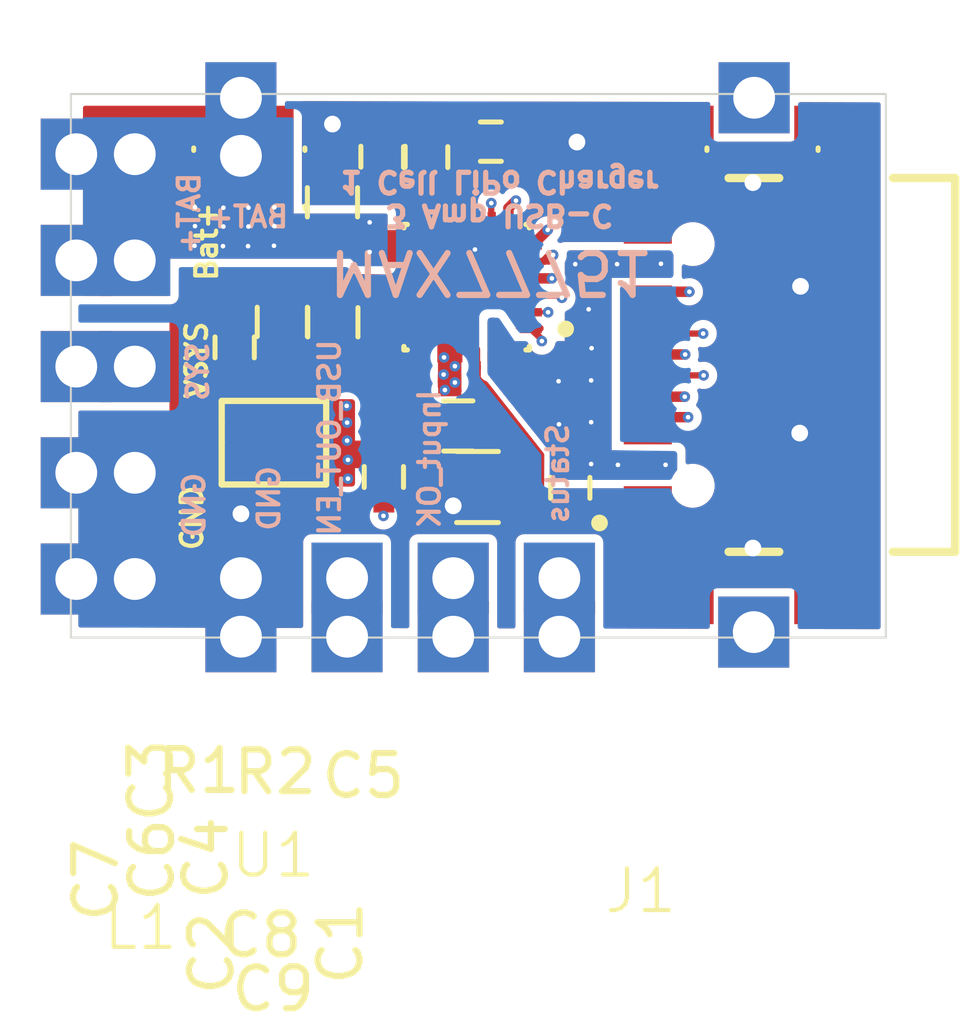
<source format=kicad_pcb>
(kicad_pcb (version 20171130) (host pcbnew "(5.1.6)-1")

  (general
    (thickness 1.6)
    (drawings 17)
    (tracks 267)
    (zones 0)
    (modules 22)
    (nets 21)
  )

  (page A4)
  (layers
    (0 F.Cu signal)
    (1 In1.Cu signal)
    (2 In2.Cu signal)
    (31 B.Cu signal)
    (32 B.Adhes user)
    (33 F.Adhes user)
    (34 B.Paste user)
    (35 F.Paste user)
    (36 B.SilkS user)
    (37 F.SilkS user)
    (38 B.Mask user)
    (39 F.Mask user)
    (40 Dwgs.User user hide)
    (41 Cmts.User user)
    (42 Eco1.User user)
    (43 Eco2.User user)
    (44 Edge.Cuts user)
    (45 Margin user)
    (46 B.CrtYd user hide)
    (47 F.CrtYd user hide)
    (48 B.Fab user)
    (49 F.Fab user hide)
  )

  (setup
    (last_trace_width 0.15)
    (user_trace_width 0.1)
    (user_trace_width 0.15)
    (trace_clearance 0.2)
    (zone_clearance 0.15)
    (zone_45_only no)
    (trace_min 0.03)
    (via_size 0.8)
    (via_drill 0.4)
    (via_min_size 0.254)
    (via_min_drill 0.1016)
    (user_via 0.254 0.11)
    (uvia_size 0.3)
    (uvia_drill 0.1)
    (uvias_allowed no)
    (uvia_min_size 0.2)
    (uvia_min_drill 0.1)
    (edge_width 0.05)
    (segment_width 0.2)
    (pcb_text_width 0.3)
    (pcb_text_size 1.5 1.5)
    (mod_edge_width 0.12)
    (mod_text_size 1 1)
    (mod_text_width 0.15)
    (pad_size 1.7 1.7)
    (pad_drill 1)
    (pad_to_mask_clearance 0.05)
    (aux_axis_origin 0 0)
    (visible_elements 7FFFFF7F)
    (pcbplotparams
      (layerselection 0x010fc_ffffffff)
      (usegerberextensions false)
      (usegerberattributes true)
      (usegerberadvancedattributes true)
      (creategerberjobfile true)
      (excludeedgelayer true)
      (linewidth 0.100000)
      (plotframeref false)
      (viasonmask false)
      (mode 1)
      (useauxorigin false)
      (hpglpennumber 1)
      (hpglpenspeed 20)
      (hpglpendiameter 15.000000)
      (psnegative false)
      (psa4output false)
      (plotreference true)
      (plotvalue true)
      (plotinvisibletext false)
      (padsonsilk false)
      (subtractmaskfromsilk false)
      (outputformat 1)
      (mirror false)
      (drillshape 1)
      (scaleselection 1)
      (outputdirectory ""))
  )

  (net 0 "")
  (net 1 "Net-(C1-Pad2)")
  (net 2 GND)
  (net 3 "Net-(C2-Pad1)")
  (net 4 "Net-(C2-Pad2)")
  (net 5 BAT+)
  (net 6 "Net-(C5-Pad1)")
  (net 7 "Net-(C7-Pad1)")
  (net 8 "Net-(C8-Pad1)")
  (net 9 "Net-(J1-PadB8)")
  (net 10 CC2)
  (net 11 CC1)
  (net 12 "Net-(J1-PadA8)")
  (net 13 DN)
  (net 14 DP)
  (net 15 "Net-(R1-Pad1)")
  (net 16 "Net-(R2-Pad1)")
  (net 17 USBC_5vBoost_Enable)
  (net 18 InputOK)
  (net 19 Status)
  (net 20 USBCharger_SYS)

  (net_class Default "This is the default net class."
    (clearance 0.2)
    (trace_width 0.25)
    (via_dia 0.8)
    (via_drill 0.4)
    (uvia_dia 0.3)
    (uvia_drill 0.1)
    (add_net BAT+)
    (add_net CC1)
    (add_net CC2)
    (add_net DN)
    (add_net DP)
    (add_net GND)
    (add_net InputOK)
    (add_net "Net-(C1-Pad2)")
    (add_net "Net-(C2-Pad1)")
    (add_net "Net-(C2-Pad2)")
    (add_net "Net-(C5-Pad1)")
    (add_net "Net-(C7-Pad1)")
    (add_net "Net-(C8-Pad1)")
    (add_net "Net-(J1-PadA8)")
    (add_net "Net-(J1-PadB8)")
    (add_net "Net-(R1-Pad1)")
    (add_net "Net-(R2-Pad1)")
    (add_net Status)
    (add_net USBC_5vBoost_Enable)
    (add_net USBCharger_SYS)
  )

  (module Pin_Headers:Pin_Header_Straight_1x01_Pitch2.54mm (layer F.Cu) (tedit 5FB8B1AE) (tstamp 5FC69E6A)
    (at 159.05 109.79)
    (descr "Through hole straight pin header, 1x01, 2.54mm pitch, single row")
    (tags "Through hole pin header THT 1x01 2.54mm single row")
    (fp_text reference REF** (at 0 -2.33) (layer F.SilkS) hide
      (effects (font (size 1 1) (thickness 0.15)))
    )
    (fp_text value Pin_Header_Straight_1x01_Pitch2.54mm (at 0 2.33) (layer F.Fab) hide
      (effects (font (size 1 1) (thickness 0.15)))
    )
    (fp_line (start 1.8 -1.8) (end -1.8 -1.8) (layer F.CrtYd) (width 0.05))
    (fp_line (start 1.8 1.8) (end 1.8 -1.8) (layer F.CrtYd) (width 0.05))
    (fp_line (start -1.8 1.8) (end 1.8 1.8) (layer F.CrtYd) (width 0.05))
    (fp_line (start -1.8 -1.8) (end -1.8 1.8) (layer F.CrtYd) (width 0.05))
    (fp_line (start -1.27 -0.635) (end -0.635 -1.27) (layer F.Fab) (width 0.1))
    (fp_line (start -1.27 1.27) (end -1.27 -0.635) (layer F.Fab) (width 0.1))
    (fp_line (start 1.27 1.27) (end -1.27 1.27) (layer F.Fab) (width 0.1))
    (fp_line (start 1.27 -1.27) (end 1.27 1.27) (layer F.Fab) (width 0.1))
    (fp_line (start -0.635 -1.27) (end 1.27 -1.27) (layer F.Fab) (width 0.1))
    (fp_text user %R (at 0 0 90) (layer F.Fab)
      (effects (font (size 1 1) (thickness 0.15)))
    )
    (pad 1 thru_hole rect (at -0.21 0.58) (size 1.7 1.7) (drill 1) (layers *.Cu *.Mask))
  )

  (module USB4110-GF-A:GCT_USB4110-GF-A (layer F.Cu) (tedit 5FB37D7E) (tstamp 5FB5BEEF)
    (at 157.38 103.98 90)
    (path /5FB38E92)
    (fp_text reference J1 (at -12.58 -1.24 180) (layer F.SilkS)
      (effects (font (size 1 1) (thickness 0.1)))
    )
    (fp_text value USB4110-GF-A (at 5.56 7.265 90) (layer F.Fab) hide
      (effects (font (size 1 1) (thickness 0.015)))
    )
    (fp_line (start -4.47 -1.07) (end -4.47 6.28) (layer F.Fab) (width 0.1))
    (fp_line (start -4.47 6.28) (end 4.47 6.28) (layer F.Fab) (width 0.1))
    (fp_line (start 4.47 6.28) (end 4.47 -1.07) (layer F.Fab) (width 0.1))
    (fp_line (start 4.47 -1.07) (end -4.47 -1.07) (layer F.Fab) (width 0.1))
    (fp_line (start -6.45 -1.9) (end 6.45 -1.9) (layer F.CrtYd) (width 0.05))
    (fp_line (start 6.45 -1.9) (end 6.45 6.53) (layer F.CrtYd) (width 0.05))
    (fp_line (start 6.45 6.53) (end -6.45 6.53) (layer F.CrtYd) (width 0.05))
    (fp_line (start -6.45 6.53) (end -6.45 -1.9) (layer F.CrtYd) (width 0.05))
    (fp_line (start -4.47 4.79) (end -4.47 6.28) (layer F.SilkS) (width 0.2))
    (fp_line (start -4.47 6.28) (end 4.47 6.28) (layer F.SilkS) (width 0.2))
    (fp_line (start 4.47 6.28) (end 4.47 4.79) (layer F.SilkS) (width 0.2))
    (fp_line (start -4.47 0.86) (end -4.47 2.07) (layer F.SilkS) (width 0.2))
    (fp_line (start 4.47 0.86) (end 4.47 2.07) (layer F.SilkS) (width 0.2))
    (fp_circle (center -3.78 -2.23) (end -3.68 -2.23) (layer F.SilkS) (width 0.2))
    (fp_circle (center -3.78 -2.23) (end -3.68 -2.23) (layer F.Fab) (width 0.2))
    (pad A1/B12 smd rect (at -3.2 -1.075 90) (size 0.6 1.15) (layers F.Cu F.Paste F.Mask)
      (net 2 GND))
    (pad A4/B9 smd rect (at -2.4 -1.075 90) (size 0.6 1.15) (layers F.Cu F.Paste F.Mask)
      (net 1 "Net-(C1-Pad2)"))
    (pad B4/A9 smd rect (at 2.4 -1.075 90) (size 0.6 1.15) (layers F.Cu F.Paste F.Mask)
      (net 1 "Net-(C1-Pad2)"))
    (pad B1/A12 smd rect (at 3.2 -1.075 90) (size 0.6 1.15) (layers F.Cu F.Paste F.Mask)
      (net 2 GND))
    (pad B8 smd rect (at -1.75 -1.075 90) (size 0.3 1.15) (layers F.Cu F.Paste F.Mask)
      (net 9 "Net-(J1-PadB8)"))
    (pad B5 smd rect (at 1.75 -1.075 90) (size 0.3 1.15) (layers F.Cu F.Paste F.Mask)
      (net 10 CC2))
    (pad A5 smd rect (at -1.25 -1.075 90) (size 0.3 1.15) (layers F.Cu F.Paste F.Mask)
      (net 11 CC1))
    (pad A8 smd rect (at 1.25 -1.075 90) (size 0.3 1.15) (layers F.Cu F.Paste F.Mask)
      (net 12 "Net-(J1-PadA8)"))
    (pad B7 smd rect (at -0.75 -1.075 90) (size 0.3 1.15) (layers F.Cu F.Paste F.Mask)
      (net 13 DN))
    (pad B6 smd rect (at 0.75 -1.075 90) (size 0.3 1.15) (layers F.Cu F.Paste F.Mask)
      (net 14 DP))
    (pad A6 smd rect (at -0.25 -1.075 90) (size 0.3 1.15) (layers F.Cu F.Paste F.Mask)
      (net 14 DP))
    (pad A7 smd rect (at 0.25 -1.075 90) (size 0.3 1.15) (layers F.Cu F.Paste F.Mask)
      (net 13 DN))
    (pad S1 smd rect (at -5.11 -0.5 90) (size 2.18 2) (layers F.Cu F.Paste F.Mask)
      (net 2 GND))
    (pad S2 smd rect (at 5.11 -0.5 90) (size 2.18 2) (layers F.Cu F.Paste F.Mask)
      (net 2 GND))
    (pad S3 smd rect (at -5.11 3.43 90) (size 2.18 2) (layers F.Cu F.Paste F.Mask)
      (net 2 GND))
    (pad S4 smd rect (at 5.11 3.43 90) (size 2.18 2) (layers F.Cu F.Paste F.Mask)
      (net 2 GND))
    (pad None np_thru_hole circle (at -2.89 0 90) (size 0.65 0.65) (drill 0.65) (layers *.Cu *.Mask))
    (pad None np_thru_hole circle (at 2.89 0 90) (size 0.65 0.65) (drill 0.65) (layers *.Cu *.Mask))
    (model "C:/Users/RWB/Dropbox/PCB Design Files/Part Footprint Folder/USB4110-GF-A/USB4110-GF-A.step"
      (offset (xyz 0 -6.25 1.5))
      (scale (xyz 1 1 1))
      (rotate (xyz -90 0 0))
    )
  )

  (module Pin_Headers:Pin_Header_Straight_1x01_Pitch2.54mm (layer F.Cu) (tedit 5FB8AFDB) (tstamp 5FC698F6)
    (at 159.05 97.52)
    (descr "Through hole straight pin header, 1x01, 2.54mm pitch, single row")
    (tags "Through hole pin header THT 1x01 2.54mm single row")
    (fp_text reference REF** (at 0 -2.33) (layer F.SilkS) hide
      (effects (font (size 1 1) (thickness 0.15)))
    )
    (fp_text value Pin_Header_Straight_1x01_Pitch2.54mm (at 0 2.33) (layer F.Fab) hide
      (effects (font (size 1 1) (thickness 0.15)))
    )
    (fp_text user %R (at 0 0 90) (layer F.Fab)
      (effects (font (size 1 1) (thickness 0.15)))
    )
    (fp_line (start -0.635 -1.27) (end 1.27 -1.27) (layer F.Fab) (width 0.1))
    (fp_line (start 1.27 -1.27) (end 1.27 1.27) (layer F.Fab) (width 0.1))
    (fp_line (start 1.27 1.27) (end -1.27 1.27) (layer F.Fab) (width 0.1))
    (fp_line (start -1.27 1.27) (end -1.27 -0.635) (layer F.Fab) (width 0.1))
    (fp_line (start -1.27 -0.635) (end -0.635 -1.27) (layer F.Fab) (width 0.1))
    (fp_line (start -1.33 1.27) (end -1.33 1.33) (layer F.SilkS) (width 0.12))
    (fp_line (start 1.33 1.27) (end 1.33 1.33) (layer F.SilkS) (width 0.12))
    (fp_line (start -1.8 -1.8) (end -1.8 1.8) (layer F.CrtYd) (width 0.05))
    (fp_line (start -1.8 1.8) (end 1.8 1.8) (layer F.CrtYd) (width 0.05))
    (fp_line (start 1.8 1.8) (end 1.8 -1.8) (layer F.CrtYd) (width 0.05))
    (fp_line (start 1.8 -1.8) (end -1.8 -1.8) (layer F.CrtYd) (width 0.05))
    (pad 1 thru_hole rect (at -0.2 0.07) (size 1.7 1.7) (drill 1) (layers *.Cu *.Mask))
  )

  (module Pin_Headers:Pin_Header_Straight_1x01_Pitch2.54mm (layer F.Cu) (tedit 5FB891BF) (tstamp 5FC697FD)
    (at 146.77 97.52)
    (descr "Through hole straight pin header, 1x01, 2.54mm pitch, single row")
    (tags "Through hole pin header THT 1x01 2.54mm single row")
    (fp_text reference REF** (at 0 -2.33) (layer F.SilkS) hide
      (effects (font (size 1 1) (thickness 0.15)))
    )
    (fp_text value Pin_Header_Straight_1x01_Pitch2.54mm (at 0 2.33) (layer F.Fab) hide
      (effects (font (size 1 1) (thickness 0.15)))
    )
    (fp_text user %R (at 0 0 90) (layer F.Fab)
      (effects (font (size 1 1) (thickness 0.15)))
    )
    (fp_line (start -0.635 -1.27) (end 1.27 -1.27) (layer F.Fab) (width 0.1))
    (fp_line (start 1.27 -1.27) (end 1.27 1.27) (layer F.Fab) (width 0.1))
    (fp_line (start 1.27 1.27) (end -1.27 1.27) (layer F.Fab) (width 0.1))
    (fp_line (start -1.27 1.27) (end -1.27 -0.635) (layer F.Fab) (width 0.1))
    (fp_line (start -1.27 -0.635) (end -0.635 -1.27) (layer F.Fab) (width 0.1))
    (fp_line (start -1.33 1.27) (end -1.33 1.33) (layer F.SilkS) (width 0.12))
    (fp_line (start 1.33 1.27) (end 1.33 1.33) (layer F.SilkS) (width 0.12))
    (fp_line (start -1.8 -1.8) (end -1.8 1.8) (layer F.CrtYd) (width 0.05))
    (fp_line (start -1.8 1.8) (end 1.8 1.8) (layer F.CrtYd) (width 0.05))
    (fp_line (start 1.8 1.8) (end 1.8 -1.8) (layer F.CrtYd) (width 0.05))
    (fp_line (start 1.8 -1.8) (end -1.8 -1.8) (layer F.CrtYd) (width 0.05))
    (pad 1 thru_hole rect (at -0.2 0.07) (size 1.7 1.7) (drill 1) (layers *.Cu *.Mask)
      (net 5 BAT+))
  )

  (module Pin_Headers:Pin_Header_Straight_1x05_Pitch2.54mm (layer F.Cu) (tedit 5FB892D4) (tstamp 5FC69535)
    (at 142.63 98.94)
    (descr "Through hole straight pin header, 1x05, 2.54mm pitch, single row")
    (tags "Through hole pin header THT 1x05 2.54mm single row")
    (fp_text reference REF** (at 0 -2.33) (layer F.SilkS) hide
      (effects (font (size 1 1) (thickness 0.15)))
    )
    (fp_text value Pin_Header_Straight_1x05_Pitch2.54mm (at 0 12.49) (layer F.Fab) hide
      (effects (font (size 1 1) (thickness 0.15)))
    )
    (fp_text user %R (at 0 5.08 90) (layer F.Fab)
      (effects (font (size 1 1) (thickness 0.15)))
    )
    (fp_line (start -0.635 -1.27) (end 1.27 -1.27) (layer F.Fab) (width 0.1))
    (fp_line (start 1.27 -1.27) (end 1.27 11.43) (layer F.Fab) (width 0.1))
    (fp_line (start 1.27 11.43) (end -1.27 11.43) (layer F.Fab) (width 0.1))
    (fp_line (start -1.27 11.43) (end -1.27 -0.635) (layer F.Fab) (width 0.1))
    (fp_line (start -1.27 -0.635) (end -0.635 -1.27) (layer F.Fab) (width 0.1))
    (fp_line (start -1.8 -1.8) (end -1.8 11.95) (layer F.CrtYd) (width 0.05))
    (fp_line (start -1.8 11.95) (end 1.8 11.95) (layer F.CrtYd) (width 0.05))
    (fp_line (start 1.8 11.95) (end 1.8 -1.8) (layer F.CrtYd) (width 0.05))
    (fp_line (start 1.8 -1.8) (end -1.8 -1.8) (layer F.CrtYd) (width 0.05))
    (pad 5 thru_hole rect (at 0 10.16) (size 1.7 1.7) (drill 1) (layers *.Cu *.Mask)
      (net 2 GND))
    (pad 4 thru_hole rect (at 0 7.62) (size 1.7 1.7) (drill 1) (layers *.Cu *.Mask)
      (net 2 GND))
    (pad 3 thru_hole rect (at 0 5.08) (size 1.7 1.7) (drill 1) (layers *.Cu *.Mask)
      (net 20 USBCharger_SYS))
    (pad 2 thru_hole rect (at 0 2.54) (size 1.7 1.7) (drill 1) (layers *.Cu *.Mask)
      (net 5 BAT+))
    (pad 1 thru_hole rect (at 0 0) (size 1.7 1.7) (drill 1) (layers *.Cu *.Mask)
      (net 5 BAT+))
  )

  (module Pin_Headers:Pin_Header_Straight_1x04_Pitch2.54mm (layer F.Cu) (tedit 5FB8AC85) (tstamp 5FC69510)
    (at 146.57 110.48 90)
    (descr "Through hole straight pin header, 1x04, 2.54mm pitch, single row")
    (tags "Through hole pin header THT 1x04 2.54mm single row")
    (fp_text reference REF** (at -0.05 -0.03 90) (layer F.SilkS) hide
      (effects (font (size 1 1) (thickness 0.15)))
    )
    (fp_text value Pin_Header_Straight_1x04_Pitch2.54mm (at 0 9.95 90) (layer F.Fab) hide
      (effects (font (size 1 1) (thickness 0.15)))
    )
    (fp_text user %R (at 0 3.81 180) (layer F.Fab)
      (effects (font (size 1 1) (thickness 0.15)))
    )
    (fp_line (start -0.635 -1.27) (end 1.27 -1.27) (layer F.Fab) (width 0.1))
    (fp_line (start 1.27 -1.27) (end 1.27 8.89) (layer F.Fab) (width 0.1))
    (fp_line (start 1.27 8.89) (end -1.27 8.89) (layer F.Fab) (width 0.1))
    (fp_line (start -1.27 8.89) (end -1.27 -0.635) (layer F.Fab) (width 0.1))
    (fp_line (start -1.27 -0.635) (end -0.635 -1.27) (layer F.Fab) (width 0.1))
    (fp_line (start -1.8 -1.8) (end -1.8 9.4) (layer F.CrtYd) (width 0.05))
    (fp_line (start -1.8 9.4) (end 1.8 9.4) (layer F.CrtYd) (width 0.05))
    (fp_line (start 1.8 9.4) (end 1.8 -1.8) (layer F.CrtYd) (width 0.05))
    (fp_line (start 1.8 -1.8) (end -1.8 -1.8) (layer F.CrtYd) (width 0.05))
    (pad 4 thru_hole rect (at 0 7.62 90) (size 1.7 1.7) (drill 1) (layers *.Cu *.Mask)
      (net 19 Status))
    (pad 3 thru_hole rect (at 0 5.08 90) (size 1.7 1.7) (drill 1) (layers *.Cu *.Mask)
      (net 18 InputOK))
    (pad 2 thru_hole rect (at 0 2.54 90) (size 1.7 1.7) (drill 1) (layers *.Cu *.Mask)
      (net 17 USBC_5vBoost_Enable))
    (pad 1 thru_hole rect (at 0 0 90) (size 1.7 1.7) (drill 1) (layers *.Cu *.Mask)
      (net 2 GND))
  )

  (module Pin_Headers:Pin_Header_Straight_1x04_Pitch2.54mm (layer F.Cu) (tedit 5FB8AC85) (tstamp 5FC68A70)
    (at 146.57 109.08 90)
    (descr "Through hole straight pin header, 1x04, 2.54mm pitch, single row")
    (tags "Through hole pin header THT 1x04 2.54mm single row")
    (fp_text reference REF** (at -0.05 -0.03 90) (layer F.SilkS) hide
      (effects (font (size 1 1) (thickness 0.15)))
    )
    (fp_text value Pin_Header_Straight_1x04_Pitch2.54mm (at 0 9.95 90) (layer F.Fab) hide
      (effects (font (size 1 1) (thickness 0.15)))
    )
    (fp_line (start 1.8 -1.8) (end -1.8 -1.8) (layer F.CrtYd) (width 0.05))
    (fp_line (start 1.8 9.4) (end 1.8 -1.8) (layer F.CrtYd) (width 0.05))
    (fp_line (start -1.8 9.4) (end 1.8 9.4) (layer F.CrtYd) (width 0.05))
    (fp_line (start -1.8 -1.8) (end -1.8 9.4) (layer F.CrtYd) (width 0.05))
    (fp_line (start -1.27 -0.635) (end -0.635 -1.27) (layer F.Fab) (width 0.1))
    (fp_line (start -1.27 8.89) (end -1.27 -0.635) (layer F.Fab) (width 0.1))
    (fp_line (start 1.27 8.89) (end -1.27 8.89) (layer F.Fab) (width 0.1))
    (fp_line (start 1.27 -1.27) (end 1.27 8.89) (layer F.Fab) (width 0.1))
    (fp_line (start -0.635 -1.27) (end 1.27 -1.27) (layer F.Fab) (width 0.1))
    (fp_text user %R (at 0 3.81 180) (layer F.Fab)
      (effects (font (size 1 1) (thickness 0.15)))
    )
    (pad 1 thru_hole rect (at 0 0 90) (size 1.7 1.7) (drill 1) (layers *.Cu *.Mask)
      (net 2 GND))
    (pad 2 thru_hole rect (at 0 2.54 90) (size 1.7 1.7) (drill 1) (layers *.Cu *.Mask)
      (net 17 USBC_5vBoost_Enable))
    (pad 3 thru_hole rect (at 0 5.08 90) (size 1.7 1.7) (drill 1) (layers *.Cu *.Mask)
      (net 18 InputOK))
    (pad 4 thru_hole rect (at 0 7.62 90) (size 1.7 1.7) (drill 1) (layers *.Cu *.Mask)
      (net 19 Status))
  )

  (module Pin_Headers:Pin_Header_Straight_1x01_Pitch2.54mm (layer F.Cu) (tedit 5FB891BF) (tstamp 5FC695A8)
    (at 146.77 98.91)
    (descr "Through hole straight pin header, 1x01, 2.54mm pitch, single row")
    (tags "Through hole pin header THT 1x01 2.54mm single row")
    (fp_text reference REF** (at 0 -2.33) (layer F.SilkS) hide
      (effects (font (size 1 1) (thickness 0.15)))
    )
    (fp_text value Pin_Header_Straight_1x01_Pitch2.54mm (at 0 2.33) (layer F.Fab) hide
      (effects (font (size 1 1) (thickness 0.15)))
    )
    (fp_line (start 1.8 -1.8) (end -1.8 -1.8) (layer F.CrtYd) (width 0.05))
    (fp_line (start 1.8 1.8) (end 1.8 -1.8) (layer F.CrtYd) (width 0.05))
    (fp_line (start -1.8 1.8) (end 1.8 1.8) (layer F.CrtYd) (width 0.05))
    (fp_line (start -1.8 -1.8) (end -1.8 1.8) (layer F.CrtYd) (width 0.05))
    (fp_line (start 1.33 1.27) (end 1.33 1.33) (layer F.SilkS) (width 0.12))
    (fp_line (start -1.33 1.27) (end -1.33 1.33) (layer F.SilkS) (width 0.12))
    (fp_line (start -1.27 -0.635) (end -0.635 -1.27) (layer F.Fab) (width 0.1))
    (fp_line (start -1.27 1.27) (end -1.27 -0.635) (layer F.Fab) (width 0.1))
    (fp_line (start 1.27 1.27) (end -1.27 1.27) (layer F.Fab) (width 0.1))
    (fp_line (start 1.27 -1.27) (end 1.27 1.27) (layer F.Fab) (width 0.1))
    (fp_line (start -0.635 -1.27) (end 1.27 -1.27) (layer F.Fab) (width 0.1))
    (fp_text user %R (at 0 0 90) (layer F.Fab)
      (effects (font (size 1 1) (thickness 0.15)))
    )
    (pad 1 thru_hole rect (at -0.2 0.07) (size 1.7 1.7) (drill 1) (layers *.Cu *.Mask)
      (net 5 BAT+))
  )

  (module Pin_Headers:Pin_Header_Straight_1x05_Pitch2.54mm (layer F.Cu) (tedit 5FB892D4) (tstamp 5FC0F514)
    (at 144.03 98.94)
    (descr "Through hole straight pin header, 1x05, 2.54mm pitch, single row")
    (tags "Through hole pin header THT 1x05 2.54mm single row")
    (fp_text reference REF** (at 0 -2.33) (layer F.SilkS) hide
      (effects (font (size 1 1) (thickness 0.15)))
    )
    (fp_text value Pin_Header_Straight_1x05_Pitch2.54mm (at 0 12.49) (layer F.Fab) hide
      (effects (font (size 1 1) (thickness 0.15)))
    )
    (fp_line (start 1.8 -1.8) (end -1.8 -1.8) (layer F.CrtYd) (width 0.05))
    (fp_line (start 1.8 11.95) (end 1.8 -1.8) (layer F.CrtYd) (width 0.05))
    (fp_line (start -1.8 11.95) (end 1.8 11.95) (layer F.CrtYd) (width 0.05))
    (fp_line (start -1.8 -1.8) (end -1.8 11.95) (layer F.CrtYd) (width 0.05))
    (fp_line (start -1.27 -0.635) (end -0.635 -1.27) (layer F.Fab) (width 0.1))
    (fp_line (start -1.27 11.43) (end -1.27 -0.635) (layer F.Fab) (width 0.1))
    (fp_line (start 1.27 11.43) (end -1.27 11.43) (layer F.Fab) (width 0.1))
    (fp_line (start 1.27 -1.27) (end 1.27 11.43) (layer F.Fab) (width 0.1))
    (fp_line (start -0.635 -1.27) (end 1.27 -1.27) (layer F.Fab) (width 0.1))
    (fp_text user %R (at 0 5.08 90) (layer F.Fab)
      (effects (font (size 1 1) (thickness 0.15)))
    )
    (pad 1 thru_hole rect (at 0 0) (size 1.7 1.7) (drill 1) (layers *.Cu *.Mask)
      (net 5 BAT+))
    (pad 2 thru_hole rect (at 0 2.54) (size 1.7 1.7) (drill 1) (layers *.Cu *.Mask)
      (net 5 BAT+))
    (pad 3 thru_hole rect (at 0 5.08) (size 1.7 1.7) (drill 1) (layers *.Cu *.Mask)
      (net 20 USBCharger_SYS))
    (pad 4 thru_hole rect (at 0 7.62) (size 1.7 1.7) (drill 1) (layers *.Cu *.Mask)
      (net 2 GND))
    (pad 5 thru_hole rect (at 0 10.16) (size 1.7 1.7) (drill 1) (layers *.Cu *.Mask)
      (net 2 GND))
  )

  (module MAX77751CEFG_:IC_MAX77751CEFG+ (layer F.Cu) (tedit 0) (tstamp 5FB5BF73)
    (at 151.97 102.12 180)
    (path /5FB377E8)
    (fp_text reference U1 (at 4.63 -13.59 180) (layer F.SilkS)
      (effects (font (size 1 1) (thickness 0.1)))
    )
    (fp_text value MAX77751CEFG+ (at 7.66 3.135 180) (layer F.Fab) hide
      (effects (font (size 1 1) (thickness 0.015)))
    )
    (fp_poly (pts (xy -0.85 1.85) (xy -0.85 1.125) (xy -1.013 1.125) (xy -1.15 1.262)
      (xy -1.15 1.85)) (layer F.Mask) (width 0))
    (fp_poly (pts (xy 0.85 1.85) (xy 0.85 1.125) (xy 1.013 1.125) (xy 1.15 1.262)
      (xy 1.15 1.85)) (layer F.Mask) (width 0))
    (fp_poly (pts (xy -0.75 1.85) (xy -0.75 1.225) (xy -0.6 1.075) (xy -0.45 1.225)
      (xy -0.45 1.85)) (layer F.Mask) (width 0))
    (fp_poly (pts (xy -0.35 1.85) (xy -0.35 0.575) (xy -0.2 0.425) (xy -0.05 0.575)
      (xy -0.05 1.85)) (layer F.Mask) (width 0))
    (fp_poly (pts (xy 0.05 1.85) (xy 0.05 1.225) (xy 0.2 1.075) (xy 0.35 1.225)
      (xy 0.35 1.85)) (layer F.Mask) (width 0))
    (fp_poly (pts (xy 0.45 1.85) (xy 0.45 1.225) (xy 0.6 1.075) (xy 0.75 1.225)
      (xy 0.75 1.85)) (layer F.Mask) (width 0))
    (fp_poly (pts (xy 1.85 1.15) (xy 1.287 1.15) (xy 1.1 0.963) (xy 1.1 0.8)
      (xy 0.325 0.8) (xy 0.175 0.65) (xy 0.175 0.6) (xy 0.325 0.45)
      (xy 1.85 0.45)) (layer F.Mask) (width 0))
    (fp_poly (pts (xy 1.85 0.35) (xy 0.325 0.35) (xy 0.175 0.2) (xy 0.175 0.15)
      (xy 0.325 0) (xy 1.1 0) (xy 1.1 -0.2) (xy 1.25 -0.35)
      (xy 1.85 -0.35)) (layer F.Mask) (width 0))
    (fp_poly (pts (xy 1.85 -0.85) (xy 1 -0.85) (xy 0.85 -1) (xy 0.85 -1.85)
      (xy 1.15 -1.85) (xy 1.15 -1.375) (xy 1.375 -1.15) (xy 1.85 -1.15)) (layer F.Mask) (width 0))
    (fp_poly (pts (xy 0.75 -1.85) (xy 0.75 -0.825) (xy 0.6 -0.675) (xy 0.2 -0.675)
      (xy 0.05 -0.825) (xy 0.05 -1.85)) (layer F.Mask) (width 0))
    (fp_poly (pts (xy -0.45 -1.85) (xy -0.45 -0.825) (xy -0.6 -0.675) (xy -0.65 -0.675)
      (xy -0.8 -0.825) (xy -0.8 -1.15) (xy -1.013 -1.15) (xy -1.15 -1.287)
      (xy -1.15 -1.85)) (layer F.Mask) (width 0))
    (fp_poly (pts (xy -1.85 -0.85) (xy -1.125 -0.85) (xy -1.125 -1.013) (xy -1.262 -1.15)
      (xy -1.85 -1.15)) (layer F.Mask) (width 0))
    (fp_poly (pts (xy -1.85 0.85) (xy -1.125 0.85) (xy -1.125 1.013) (xy -1.262 1.15)
      (xy -1.85 1.15)) (layer F.Mask) (width 0))
    (fp_poly (pts (xy -0.05 -1.85) (xy -0.05 -0.825) (xy -0.2 -0.675) (xy -0.35 -0.825)
      (xy -0.35 -1.85)) (layer F.Mask) (width 0))
    (fp_poly (pts (xy -1.85 -0.75) (xy -1.225 -0.75) (xy -1.075 -0.6) (xy -1.225 -0.45)
      (xy -1.85 -0.45)) (layer F.Mask) (width 0))
    (fp_poly (pts (xy -1.85 -0.35) (xy -1.225 -0.35) (xy -1.075 -0.2) (xy -1.225 -0.05)
      (xy -1.85 -0.05)) (layer F.Mask) (width 0))
    (fp_poly (pts (xy -1.85 0.05) (xy -1.225 0.05) (xy -1.075 0.2) (xy -1.225 0.35)
      (xy -1.85 0.35)) (layer F.Mask) (width 0))
    (fp_poly (pts (xy -1.85 0.45) (xy -1.225 0.45) (xy -1.075 0.6) (xy -1.225 0.75)
      (xy -1.85 0.75)) (layer F.Mask) (width 0))
    (fp_poly (pts (xy 1.85 -0.45) (xy 1.225 -0.45) (xy 1.075 -0.6) (xy 1.225 -0.75)
      (xy 1.85 -0.75)) (layer F.Mask) (width 0))
    (fp_poly (pts (xy 1.8 1.1) (xy 1.312 1.1) (xy 1.15 0.938) (xy 1.15 0.75)
      (xy 0.325 0.75) (xy 0.225 0.65) (xy 0.225 0.6) (xy 0.325 0.5)
      (xy 1.8 0.5)) (layer F.Cu) (width 0))
    (fp_poly (pts (xy 1.8 0.3) (xy 0.325 0.3) (xy 0.225 0.2) (xy 0.225 0.15)
      (xy 0.325 0.05) (xy 1.15 0.05) (xy 1.15 -0.2) (xy 1.25 -0.3)
      (xy 1.8 -0.3)) (layer F.Cu) (width 0))
    (fp_poly (pts (xy 1.8 -0.9) (xy 1 -0.9) (xy 0.9 -1) (xy 0.9 -1.8)
      (xy 1.1 -1.8) (xy 1.1 -1.35) (xy 1.35 -1.1) (xy 1.8 -1.1)) (layer F.Cu) (width 0))
    (fp_poly (pts (xy 0.7 -1.8) (xy 0.7 -0.825) (xy 0.6 -0.725) (xy 0.2 -0.725)
      (xy 0.1 -0.825) (xy 0.1 -1.8)) (layer F.Cu) (width 0))
    (fp_poly (pts (xy -0.5 -1.8) (xy -0.5 -0.825) (xy -0.6 -0.725) (xy -0.65 -0.725)
      (xy -0.75 -0.825) (xy -0.75 -1.2) (xy -0.988 -1.2) (xy -1.1 -1.312)
      (xy -1.1 -1.8)) (layer F.Cu) (width 0))
    (fp_poly (pts (xy -0.9 1.8) (xy -0.9 1.175) (xy -0.988 1.175) (xy -1.1 1.287)
      (xy -1.1 1.8)) (layer F.Cu) (width 0))
    (fp_poly (pts (xy 0.9 1.8) (xy 0.9 1.175) (xy 0.988 1.175) (xy 1.1 1.287)
      (xy 1.1 1.8)) (layer F.Cu) (width 0))
    (fp_poly (pts (xy -1.8 -0.9) (xy -1.175 -0.9) (xy -1.175 -0.988) (xy -1.287 -1.1)
      (xy -1.8 -1.1)) (layer F.Cu) (width 0))
    (fp_poly (pts (xy -1.8 0.9) (xy -1.175 0.9) (xy -1.175 0.988) (xy -1.287 1.1)
      (xy -1.8 1.1)) (layer F.Cu) (width 0))
    (fp_poly (pts (xy -0.1 -1.8) (xy -0.1 -0.825) (xy -0.2 -0.725) (xy -0.3 -0.825)
      (xy -0.3 -1.8)) (layer F.Cu) (width 0))
    (fp_poly (pts (xy -0.7 1.8) (xy -0.7 1.225) (xy -0.6 1.125) (xy -0.5 1.225)
      (xy -0.5 1.8)) (layer F.Cu) (width 0))
    (fp_poly (pts (xy -0.3 1.8) (xy -0.3 0.575) (xy -0.2 0.475) (xy -0.1 0.575)
      (xy -0.1 1.8)) (layer F.Cu) (width 0))
    (fp_poly (pts (xy 0.1 1.8) (xy 0.1 1.225) (xy 0.2 1.125) (xy 0.3 1.225)
      (xy 0.3 1.8)) (layer F.Cu) (width 0))
    (fp_poly (pts (xy 0.5 1.8) (xy 0.5 1.225) (xy 0.6 1.125) (xy 0.7 1.225)
      (xy 0.7 1.8)) (layer F.Cu) (width 0))
    (fp_poly (pts (xy -1.8 -0.7) (xy -1.225 -0.7) (xy -1.125 -0.6) (xy -1.225 -0.5)
      (xy -1.8 -0.5)) (layer F.Cu) (width 0))
    (fp_poly (pts (xy -1.8 -0.3) (xy -1.225 -0.3) (xy -1.125 -0.2) (xy -1.225 -0.1)
      (xy -1.8 -0.1)) (layer F.Cu) (width 0))
    (fp_poly (pts (xy -1.8 0.1) (xy -1.225 0.1) (xy -1.125 0.2) (xy -1.225 0.3)
      (xy -1.8 0.3)) (layer F.Cu) (width 0))
    (fp_poly (pts (xy -1.8 0.5) (xy -1.225 0.5) (xy -1.125 0.6) (xy -1.225 0.7)
      (xy -1.8 0.7)) (layer F.Cu) (width 0))
    (fp_poly (pts (xy 1.8 -0.5) (xy 1.225 -0.5) (xy 1.125 -0.6) (xy 1.225 -0.7)
      (xy 1.8 -0.7)) (layer F.Cu) (width 0))
    (fp_poly (pts (xy 1.8 1.1) (xy 1.312 1.1) (xy 1.15 0.938) (xy 1.15 0.75)
      (xy 0.325 0.75) (xy 0.225 0.65) (xy 0.225 0.6) (xy 0.325 0.5)
      (xy 1.8 0.5)) (layer F.Paste) (width 0))
    (fp_poly (pts (xy 1.8 0.3) (xy 0.325 0.3) (xy 0.225 0.2) (xy 0.225 0.15)
      (xy 0.325 0.05) (xy 1.15 0.05) (xy 1.15 -0.2) (xy 1.25 -0.3)
      (xy 1.8 -0.3)) (layer F.Paste) (width 0))
    (fp_poly (pts (xy 1.8 -0.9) (xy 1 -0.9) (xy 0.9 -1) (xy 0.9 -1.8)
      (xy 1.1 -1.8) (xy 1.1 -1.35) (xy 1.35 -1.1) (xy 1.8 -1.1)) (layer F.Paste) (width 0))
    (fp_poly (pts (xy 0.7 -1.8) (xy 0.7 -0.825) (xy 0.6 -0.725) (xy 0.2 -0.725)
      (xy 0.1 -0.825) (xy 0.1 -1.8)) (layer F.Paste) (width 0))
    (fp_poly (pts (xy -0.5 -1.8) (xy -0.5 -0.825) (xy -0.6 -0.725) (xy -0.65 -0.725)
      (xy -0.75 -0.825) (xy -0.75 -1.2) (xy -0.988 -1.2) (xy -1.1 -1.312)
      (xy -1.1 -1.8)) (layer F.Paste) (width 0))
    (fp_poly (pts (xy -0.9 1.8) (xy -0.9 1.175) (xy -0.988 1.175) (xy -1.1 1.287)
      (xy -1.1 1.8)) (layer F.Paste) (width 0))
    (fp_poly (pts (xy 0.9 1.8) (xy 0.9 1.175) (xy 0.988 1.175) (xy 1.1 1.287)
      (xy 1.1 1.8)) (layer F.Paste) (width 0))
    (fp_poly (pts (xy -1.8 -0.9) (xy -1.175 -0.9) (xy -1.175 -0.988) (xy -1.287 -1.1)
      (xy -1.8 -1.1)) (layer F.Paste) (width 0))
    (fp_poly (pts (xy -1.8 0.9) (xy -1.175 0.9) (xy -1.175 0.988) (xy -1.287 1.1)
      (xy -1.8 1.1)) (layer F.Paste) (width 0))
    (fp_poly (pts (xy -0.1 -1.8) (xy -0.1 -0.825) (xy -0.2 -0.725) (xy -0.3 -0.825)
      (xy -0.3 -1.8)) (layer F.Paste) (width 0))
    (fp_poly (pts (xy -0.7 1.8) (xy -0.7 1.225) (xy -0.6 1.125) (xy -0.5 1.225)
      (xy -0.5 1.8)) (layer F.Paste) (width 0))
    (fp_poly (pts (xy -0.3 1.8) (xy -0.3 0.575) (xy -0.2 0.475) (xy -0.1 0.575)
      (xy -0.1 1.8)) (layer F.Paste) (width 0))
    (fp_poly (pts (xy 0.1 1.8) (xy 0.1 1.225) (xy 0.2 1.125) (xy 0.3 1.225)
      (xy 0.3 1.8)) (layer F.Paste) (width 0))
    (fp_poly (pts (xy 0.5 1.8) (xy 0.5 1.225) (xy 0.6 1.125) (xy 0.7 1.225)
      (xy 0.7 1.8)) (layer F.Paste) (width 0))
    (fp_poly (pts (xy -1.8 -0.7) (xy -1.225 -0.7) (xy -1.125 -0.6) (xy -1.225 -0.5)
      (xy -1.8 -0.5)) (layer F.Paste) (width 0))
    (fp_poly (pts (xy -1.8 -0.3) (xy -1.225 -0.3) (xy -1.125 -0.2) (xy -1.225 -0.1)
      (xy -1.8 -0.1)) (layer F.Paste) (width 0))
    (fp_poly (pts (xy -1.8 0.1) (xy -1.225 0.1) (xy -1.125 0.2) (xy -1.225 0.3)
      (xy -1.8 0.3)) (layer F.Paste) (width 0))
    (fp_poly (pts (xy -1.8 0.5) (xy -1.225 0.5) (xy -1.125 0.6) (xy -1.225 0.7)
      (xy -1.8 0.7)) (layer F.Paste) (width 0))
    (fp_poly (pts (xy 1.8 -0.5) (xy 1.225 -0.5) (xy 1.125 -0.6) (xy 1.225 -0.7)
      (xy 1.8 -0.7)) (layer F.Paste) (width 0))
    (fp_line (start 2.05 2.05) (end 2.05 -2.05) (layer Dwgs.User) (width 0.05))
    (fp_line (start -2.05 2.05) (end -2.05 -2.05) (layer Dwgs.User) (width 0.05))
    (fp_line (start -2.05 -2.05) (end 2.05 -2.05) (layer Dwgs.User) (width 0.05))
    (fp_line (start -2.05 2.05) (end 2.05 2.05) (layer Dwgs.User) (width 0.05))
    (fp_line (start -1.5 -1.5) (end -1.5 -1.42) (layer F.SilkS) (width 0.127))
    (fp_line (start -1.5 1.5) (end -1.5 1.42) (layer F.SilkS) (width 0.127))
    (fp_line (start 1.5 -1.5) (end 1.5 -1.42) (layer F.SilkS) (width 0.127))
    (fp_line (start 1.5 1.5) (end 1.5 1.42) (layer F.SilkS) (width 0.127))
    (fp_line (start -1.5 -1.5) (end -1.42 -1.5) (layer F.SilkS) (width 0.127))
    (fp_line (start -1.5 1.5) (end -1.42 1.5) (layer F.SilkS) (width 0.127))
    (fp_line (start 1.5 -1.5) (end 1.42 -1.5) (layer F.SilkS) (width 0.127))
    (fp_line (start 1.5 1.5) (end 1.42 1.5) (layer F.SilkS) (width 0.127))
    (fp_line (start -1.5 1.5) (end -1.5 -1.5) (layer F.Fab) (width 0.127))
    (fp_line (start 1.5 1.5) (end 1.5 -1.5) (layer F.Fab) (width 0.127))
    (fp_line (start 1.5 -1.5) (end -1.5 -1.5) (layer F.Fab) (width 0.127))
    (fp_line (start 1.5 1.5) (end -1.5 1.5) (layer F.Fab) (width 0.127))
    (fp_circle (center -2.37 -1) (end -2.27 -1) (layer F.Fab) (width 0.2))
    (fp_circle (center -2.37 -1) (end -2.27 -1) (layer F.SilkS) (width 0.2))
    (pad 18_19 smd rect (at 1.5 -1 180) (size 0.1 0.1) (layers F.Cu F.Mask)
      (net 2 GND) (solder_mask_margin 0.1016))
    (pad 17 smd rect (at 1.5 -0.6 180) (size 0.1 0.1) (layers F.Cu F.Mask)
      (net 7 "Net-(C7-Pad1)") (solder_mask_margin 0.1016))
    (pad 15_16 smd rect (at 1.5 0 180) (size 0.1 0.1) (layers F.Cu F.Mask)
      (net 20 USBCharger_SYS) (solder_mask_margin 0.1016))
    (pad 13_14 smd rect (at 1.5 0.8 180) (size 0.1 0.1) (layers F.Cu F.Mask)
      (net 5 BAT+) (solder_mask_margin 0.1016))
    (pad 6 smd rect (at -1.5 1 180) (size 0.1 0.1) (layers F.Cu F.Mask)
      (net 14 DP) (solder_mask_margin 0.1016))
    (pad 5 smd rect (at -1.5 0.6 180) (size 0.1 0.1) (layers F.Cu F.Mask)
      (net 11 CC1) (solder_mask_margin 0.1016))
    (pad 4 smd rect (at -1.5 0.2 180) (size 0.1 0.1) (layers F.Cu F.Mask)
      (net 10 CC2) (solder_mask_margin 0.1016))
    (pad 3 smd rect (at -1.5 -0.2 180) (size 0.1 0.1) (layers F.Cu F.Mask)
      (net 19 Status) (solder_mask_margin 0.1016))
    (pad 2 smd rect (at -1.5 -0.6 180) (size 0.1 0.1) (layers F.Cu F.Mask)
      (net 18 InputOK) (solder_mask_margin 0.1016))
    (pad 1 smd rect (at -1.5 -1 180) (size 0.1 0.1) (layers F.Cu F.Mask)
      (net 4 "Net-(C2-Pad2)") (solder_mask_margin 0.1016))
    (pad 23_24 smd rect (at -0.8 -1.5 180) (size 0.1 0.1) (layers F.Cu F.Mask)
      (net 1 "Net-(C1-Pad2)") (solder_mask_margin 0.1016))
    (pad 22 smd rect (at -0.2 -1.5 180) (size 0.1 0.1) (layers F.Cu F.Mask)
      (net 8 "Net-(C8-Pad1)") (solder_mask_margin 0.1016))
    (pad 20_21 smd rect (at 0.4 -1.5 180) (size 0.1 0.1) (layers F.Cu F.Mask)
      (net 3 "Net-(C2-Pad1)") (solder_mask_margin 0.1016))
    (pad 12 smd rect (at 1 1.5 180) (size 0.1 0.1) (layers F.Cu F.Mask)
      (net 15 "Net-(R1-Pad1)") (solder_mask_margin 0.1016))
    (pad 11 smd rect (at 0.6 1.5 180) (size 0.1 0.1) (layers F.Cu F.Mask)
      (net 16 "Net-(R2-Pad1)") (solder_mask_margin 0.1016))
    (pad 10 smd rect (at 0.2 1.5 180) (size 0.1 0.1) (layers F.Cu F.Mask)
      (net 6 "Net-(C5-Pad1)") (solder_mask_margin 0.1016))
    (pad 9 smd rect (at -0.2 1.5 180) (size 0.1 0.1) (layers F.Cu F.Mask)
      (net 2 GND) (solder_mask_margin 0.1016))
    (pad 8 smd rect (at -0.6 1.5 180) (size 0.1 0.1) (layers F.Cu F.Mask)
      (net 17 USBC_5vBoost_Enable) (solder_mask_margin 0.1016))
    (pad 7 smd rect (at -1 1.5 180) (size 0.1 0.1) (layers F.Cu F.Mask)
      (net 13 DN) (solder_mask_margin 0.1016))
    (model ${KISYS3DMOD}/Package_DFN_QFN.3dshapes/DFN-10-1EP_3x3mm_P0.5mm_EP1.55x2.48mm.step
      (offset (xyz 0 0 -0.5))
      (scale (xyz 1.1 1.1 1.5))
      (rotate (xyz 0 0 0))
    )
  )

  (module Capacitors_SMD:C_0603 (layer F.Cu) (tedit 59958EE7) (tstamp 5FB5BE75)
    (at 148.77 102.96 90)
    (descr "Capacitor SMD 0603, reflow soldering, AVX (see smccp.pdf)")
    (tags "capacitor 0603")
    (path /5FB748EE)
    (attr smd)
    (fp_text reference C4 (at -12.81 -3.04 90) (layer F.SilkS)
      (effects (font (size 1 1) (thickness 0.15)))
    )
    (fp_text value 22UF (at 0 1.75 90) (layer F.Fab) hide
      (effects (font (size 1 1) (thickness 0.15)))
    )
    (fp_line (start 1.4 0.65) (end -1.4 0.65) (layer F.CrtYd) (width 0.05))
    (fp_line (start 1.4 0.65) (end 1.4 -0.65) (layer F.CrtYd) (width 0.05))
    (fp_line (start -1.4 -0.65) (end -1.4 0.65) (layer F.CrtYd) (width 0.05))
    (fp_line (start -1.4 -0.65) (end 1.4 -0.65) (layer F.CrtYd) (width 0.05))
    (fp_line (start 0.35 0.6) (end -0.35 0.6) (layer F.SilkS) (width 0.12))
    (fp_line (start -0.35 -0.6) (end 0.35 -0.6) (layer F.SilkS) (width 0.12))
    (fp_line (start -0.8 -0.4) (end 0.8 -0.4) (layer F.Fab) (width 0.1))
    (fp_line (start 0.8 -0.4) (end 0.8 0.4) (layer F.Fab) (width 0.1))
    (fp_line (start 0.8 0.4) (end -0.8 0.4) (layer F.Fab) (width 0.1))
    (fp_line (start -0.8 0.4) (end -0.8 -0.4) (layer F.Fab) (width 0.1))
    (fp_text user %R (at 0 -1.5 90) (layer F.Fab) hide
      (effects (font (size 1 1) (thickness 0.15)))
    )
    (pad 2 smd rect (at 0.75 0 90) (size 0.8 0.75) (layers F.Cu F.Paste F.Mask)
      (net 20 USBCharger_SYS))
    (pad 1 smd rect (at -0.75 0 90) (size 0.8 0.75) (layers F.Cu F.Paste F.Mask)
      (net 2 GND))
    (model Capacitors_SMD.3dshapes/C_0603.wrl
      (at (xyz 0 0 0))
      (scale (xyz 1 1 1))
      (rotate (xyz 0 0 0))
    )
  )

  (module Capacitors_SMD:C_0603 (layer F.Cu) (tedit 59958EE7) (tstamp 5FB5BE97)
    (at 147.56 102.95 90)
    (descr "Capacitor SMD 0603, reflow soldering, AVX (see smccp.pdf)")
    (tags "capacitor 0603")
    (path /5FB745E0)
    (attr smd)
    (fp_text reference C6 (at -12.87 -3.12 90) (layer F.SilkS)
      (effects (font (size 1 1) (thickness 0.15)))
    )
    (fp_text value 22UF (at 0 1.75 90) (layer F.Fab) hide
      (effects (font (size 1 1) (thickness 0.15)))
    )
    (fp_line (start 1.4 0.65) (end -1.4 0.65) (layer F.CrtYd) (width 0.05))
    (fp_line (start 1.4 0.65) (end 1.4 -0.65) (layer F.CrtYd) (width 0.05))
    (fp_line (start -1.4 -0.65) (end -1.4 0.65) (layer F.CrtYd) (width 0.05))
    (fp_line (start -1.4 -0.65) (end 1.4 -0.65) (layer F.CrtYd) (width 0.05))
    (fp_line (start 0.35 0.6) (end -0.35 0.6) (layer F.SilkS) (width 0.12))
    (fp_line (start -0.35 -0.6) (end 0.35 -0.6) (layer F.SilkS) (width 0.12))
    (fp_line (start -0.8 -0.4) (end 0.8 -0.4) (layer F.Fab) (width 0.1))
    (fp_line (start 0.8 -0.4) (end 0.8 0.4) (layer F.Fab) (width 0.1))
    (fp_line (start 0.8 0.4) (end -0.8 0.4) (layer F.Fab) (width 0.1))
    (fp_line (start -0.8 0.4) (end -0.8 -0.4) (layer F.Fab) (width 0.1))
    (fp_text user %R (at 0 -1.5 90) (layer F.Fab)
      (effects (font (size 1 1) (thickness 0.15)))
    )
    (pad 2 smd rect (at 0.75 0 90) (size 0.8 0.75) (layers F.Cu F.Paste F.Mask)
      (net 20 USBCharger_SYS))
    (pad 1 smd rect (at -0.75 0 90) (size 0.8 0.75) (layers F.Cu F.Paste F.Mask)
      (net 2 GND))
    (model Capacitors_SMD.3dshapes/C_0603.wrl
      (at (xyz 0 0 0))
      (scale (xyz 1 1 1))
      (rotate (xyz 0 0 0))
    )
  )

  (module Capacitors_SMD:C_0402 (layer F.Cu) (tedit 58AA841A) (tstamp 5FB5BE42)
    (at 154.45 106.92 90)
    (descr "Capacitor SMD 0402, reflow soldering, AVX (see smccp.pdf)")
    (tags "capacitor 0402")
    (path /5FB41E88)
    (attr smd)
    (fp_text reference C1 (at -10.89 -5.5 90) (layer F.SilkS)
      (effects (font (size 1 1) (thickness 0.15)))
    )
    (fp_text value 2.2UF (at 0 1.27 90) (layer F.Fab)
      (effects (font (size 1 1) (thickness 0.15)))
    )
    (fp_text user %R (at 0 -1.27 90) (layer F.Fab)
      (effects (font (size 1 1) (thickness 0.15)))
    )
    (fp_line (start -0.5 0.25) (end -0.5 -0.25) (layer F.Fab) (width 0.1))
    (fp_line (start 0.5 0.25) (end -0.5 0.25) (layer F.Fab) (width 0.1))
    (fp_line (start 0.5 -0.25) (end 0.5 0.25) (layer F.Fab) (width 0.1))
    (fp_line (start -0.5 -0.25) (end 0.5 -0.25) (layer F.Fab) (width 0.1))
    (fp_line (start 0.25 -0.47) (end -0.25 -0.47) (layer F.SilkS) (width 0.12))
    (fp_line (start -0.25 0.47) (end 0.25 0.47) (layer F.SilkS) (width 0.12))
    (fp_line (start -1 -0.4) (end 1 -0.4) (layer F.CrtYd) (width 0.05))
    (fp_line (start -1 -0.4) (end -1 0.4) (layer F.CrtYd) (width 0.05))
    (fp_line (start 1 0.4) (end 1 -0.4) (layer F.CrtYd) (width 0.05))
    (fp_line (start 1 0.4) (end -1 0.4) (layer F.CrtYd) (width 0.05))
    (pad 1 smd rect (at -0.55 0 90) (size 0.6 0.5) (layers F.Cu F.Paste F.Mask)
      (net 2 GND))
    (pad 2 smd rect (at 0.55 0 90) (size 0.6 0.5) (layers F.Cu F.Paste F.Mask)
      (net 1 "Net-(C1-Pad2)"))
    (model Capacitors_SMD.3dshapes/C_0402.wrl
      (at (xyz 0 0 0))
      (scale (xyz 1 1 1))
      (rotate (xyz 0 0 0))
    )
  )

  (module Capacitors_SMD:C_0402 (layer F.Cu) (tedit 58AA841A) (tstamp 5FB927D9)
    (at 149.99 106.66 270)
    (descr "Capacitor SMD 0402, reflow soldering, AVX (see smccp.pdf)")
    (tags "capacitor 0402")
    (path /5FB6FBE0)
    (attr smd)
    (fp_text reference C2 (at 11.39 4.12 270) (layer F.SilkS)
      (effects (font (size 1 1) (thickness 0.15)))
    )
    (fp_text value 0.1UF (at 0 1.27 90) (layer F.Fab)
      (effects (font (size 1 1) (thickness 0.15)))
    )
    (fp_line (start -0.5 0.25) (end -0.5 -0.25) (layer F.Fab) (width 0.1))
    (fp_line (start 0.5 0.25) (end -0.5 0.25) (layer F.Fab) (width 0.1))
    (fp_line (start 0.5 -0.25) (end 0.5 0.25) (layer F.Fab) (width 0.1))
    (fp_line (start -0.5 -0.25) (end 0.5 -0.25) (layer F.Fab) (width 0.1))
    (fp_line (start 0.25 -0.47) (end -0.25 -0.47) (layer F.SilkS) (width 0.12))
    (fp_line (start -0.25 0.47) (end 0.25 0.47) (layer F.SilkS) (width 0.12))
    (fp_line (start -1 -0.4) (end 1 -0.4) (layer F.CrtYd) (width 0.05))
    (fp_line (start -1 -0.4) (end -1 0.4) (layer F.CrtYd) (width 0.05))
    (fp_line (start 1 0.4) (end 1 -0.4) (layer F.CrtYd) (width 0.05))
    (fp_line (start 1 0.4) (end -1 0.4) (layer F.CrtYd) (width 0.05))
    (fp_text user %R (at 0 -1.27 90) (layer F.Fab)
      (effects (font (size 1 1) (thickness 0.15)))
    )
    (pad 1 smd rect (at -0.55 0 270) (size 0.6 0.5) (layers F.Cu F.Paste F.Mask)
      (net 3 "Net-(C2-Pad1)"))
    (pad 2 smd rect (at 0.55 0 270) (size 0.6 0.5) (layers F.Cu F.Paste F.Mask)
      (net 4 "Net-(C2-Pad2)"))
    (model Capacitors_SMD.3dshapes/C_0402.wrl
      (at (xyz 0 0 0))
      (scale (xyz 1 1 1))
      (rotate (xyz 0 0 0))
    )
  )

  (module Capacitors_SMD:C_0603 (layer F.Cu) (tedit 59958EE7) (tstamp 5FB5BE64)
    (at 148.76 100.09 90)
    (descr "Capacitor SMD 0603, reflow soldering, AVX (see smccp.pdf)")
    (tags "capacitor 0603")
    (path /5FB61017)
    (attr smd)
    (fp_text reference C3 (at -13.83 -4.34 90) (layer F.SilkS)
      (effects (font (size 1 1) (thickness 0.15)))
    )
    (fp_text value 10UF (at 0 1.5 90) (layer F.Fab)
      (effects (font (size 1 1) (thickness 0.15)))
    )
    (fp_line (start 1.4 0.65) (end -1.4 0.65) (layer F.CrtYd) (width 0.05))
    (fp_line (start 1.4 0.65) (end 1.4 -0.65) (layer F.CrtYd) (width 0.05))
    (fp_line (start -1.4 -0.65) (end -1.4 0.65) (layer F.CrtYd) (width 0.05))
    (fp_line (start -1.4 -0.65) (end 1.4 -0.65) (layer F.CrtYd) (width 0.05))
    (fp_line (start 0.35 0.6) (end -0.35 0.6) (layer F.SilkS) (width 0.12))
    (fp_line (start -0.35 -0.6) (end 0.35 -0.6) (layer F.SilkS) (width 0.12))
    (fp_line (start -0.8 -0.4) (end 0.8 -0.4) (layer F.Fab) (width 0.1))
    (fp_line (start 0.8 -0.4) (end 0.8 0.4) (layer F.Fab) (width 0.1))
    (fp_line (start 0.8 0.4) (end -0.8 0.4) (layer F.Fab) (width 0.1))
    (fp_line (start -0.8 0.4) (end -0.8 -0.4) (layer F.Fab) (width 0.1))
    (fp_text user %R (at 0 0 90) (layer F.Fab)
      (effects (font (size 0.3 0.3) (thickness 0.075)))
    )
    (pad 2 smd rect (at 0.75 0 90) (size 0.8 0.75) (layers F.Cu F.Paste F.Mask)
      (net 2 GND))
    (pad 1 smd rect (at -0.75 0 90) (size 0.8 0.75) (layers F.Cu F.Paste F.Mask)
      (net 5 BAT+))
    (model Capacitors_SMD.3dshapes/C_0603.wrl
      (at (xyz 0 0 0))
      (scale (xyz 1 1 1))
      (rotate (xyz 0 0 0))
    )
  )

  (module Capacitors_SMD:C_0402 (layer F.Cu) (tedit 58AA841A) (tstamp 5FB92FB1)
    (at 152.55 98.64)
    (descr "Capacitor SMD 0402, reflow soldering, AVX (see smccp.pdf)")
    (tags "capacitor 0402")
    (path /5FB5C320)
    (attr smd)
    (fp_text reference C5 (at -3.05 15.17 180) (layer F.SilkS)
      (effects (font (size 1 1) (thickness 0.15)))
    )
    (fp_text value 2.2UF (at 0 1.27) (layer F.Fab)
      (effects (font (size 1 1) (thickness 0.15)))
    )
    (fp_line (start -0.5 0.25) (end -0.5 -0.25) (layer F.Fab) (width 0.1))
    (fp_line (start 0.5 0.25) (end -0.5 0.25) (layer F.Fab) (width 0.1))
    (fp_line (start 0.5 -0.25) (end 0.5 0.25) (layer F.Fab) (width 0.1))
    (fp_line (start -0.5 -0.25) (end 0.5 -0.25) (layer F.Fab) (width 0.1))
    (fp_line (start 0.25 -0.47) (end -0.25 -0.47) (layer F.SilkS) (width 0.12))
    (fp_line (start -0.25 0.47) (end 0.25 0.47) (layer F.SilkS) (width 0.12))
    (fp_line (start -1 -0.4) (end 1 -0.4) (layer F.CrtYd) (width 0.05))
    (fp_line (start -1 -0.4) (end -1 0.4) (layer F.CrtYd) (width 0.05))
    (fp_line (start 1 0.4) (end 1 -0.4) (layer F.CrtYd) (width 0.05))
    (fp_line (start 1 0.4) (end -1 0.4) (layer F.CrtYd) (width 0.05))
    (fp_text user %R (at 0 -1.27) (layer F.Fab)
      (effects (font (size 1 1) (thickness 0.15)))
    )
    (pad 1 smd rect (at -0.55 0) (size 0.6 0.5) (layers F.Cu F.Paste F.Mask)
      (net 6 "Net-(C5-Pad1)"))
    (pad 2 smd rect (at 0.55 0) (size 0.6 0.5) (layers F.Cu F.Paste F.Mask)
      (net 2 GND))
    (model Capacitors_SMD.3dshapes/C_0402.wrl
      (at (xyz 0 0 0))
      (scale (xyz 1 1 1))
      (rotate (xyz 0 0 0))
    )
  )

  (module Capacitors_SMD:C_0402 (layer F.Cu) (tedit 58AA841A) (tstamp 5FB5BEA8)
    (at 146.42 103.56 270)
    (descr "Capacitor SMD 0402, reflow soldering, AVX (see smccp.pdf)")
    (tags "capacitor 0402")
    (path /5FB657B6)
    (attr smd)
    (fp_text reference C7 (at 12.74 3.32 90) (layer F.SilkS)
      (effects (font (size 1 1) (thickness 0.15)))
    )
    (fp_text value 2.2UF (at 0 1.27 90) (layer F.Fab)
      (effects (font (size 1 1) (thickness 0.15)))
    )
    (fp_line (start 1 0.4) (end -1 0.4) (layer F.CrtYd) (width 0.05))
    (fp_line (start 1 0.4) (end 1 -0.4) (layer F.CrtYd) (width 0.05))
    (fp_line (start -1 -0.4) (end -1 0.4) (layer F.CrtYd) (width 0.05))
    (fp_line (start -1 -0.4) (end 1 -0.4) (layer F.CrtYd) (width 0.05))
    (fp_line (start -0.25 0.47) (end 0.25 0.47) (layer F.SilkS) (width 0.12))
    (fp_line (start 0.25 -0.47) (end -0.25 -0.47) (layer F.SilkS) (width 0.12))
    (fp_line (start -0.5 -0.25) (end 0.5 -0.25) (layer F.Fab) (width 0.1))
    (fp_line (start 0.5 -0.25) (end 0.5 0.25) (layer F.Fab) (width 0.1))
    (fp_line (start 0.5 0.25) (end -0.5 0.25) (layer F.Fab) (width 0.1))
    (fp_line (start -0.5 0.25) (end -0.5 -0.25) (layer F.Fab) (width 0.1))
    (fp_text user %R (at 0 -1.27 90) (layer F.Fab)
      (effects (font (size 1 1) (thickness 0.15)))
    )
    (pad 2 smd rect (at 0.55 0 270) (size 0.6 0.5) (layers F.Cu F.Paste F.Mask)
      (net 2 GND))
    (pad 1 smd rect (at -0.55 0 270) (size 0.6 0.5) (layers F.Cu F.Paste F.Mask)
      (net 7 "Net-(C7-Pad1)"))
    (model Capacitors_SMD.3dshapes/C_0402.wrl
      (at (xyz 0 0 0))
      (scale (xyz 1 1 1))
      (rotate (xyz 0 0 0))
    )
  )

  (module Capacitors_SMD:C_0603 (layer F.Cu) (tedit 59958EE7) (tstamp 5FB929B2)
    (at 151.77 105.44 180)
    (descr "Capacitor SMD 0603, reflow soldering, AVX (see smccp.pdf)")
    (tags "capacitor 0603")
    (path /5FB54808)
    (attr smd)
    (fp_text reference C8 (at 4.73 -12.18) (layer F.SilkS)
      (effects (font (size 1 1) (thickness 0.15)))
    )
    (fp_text value 10UF (at 0 1.5) (layer F.Fab)
      (effects (font (size 1 1) (thickness 0.15)))
    )
    (fp_line (start -0.8 0.4) (end -0.8 -0.4) (layer F.Fab) (width 0.1))
    (fp_line (start 0.8 0.4) (end -0.8 0.4) (layer F.Fab) (width 0.1))
    (fp_line (start 0.8 -0.4) (end 0.8 0.4) (layer F.Fab) (width 0.1))
    (fp_line (start -0.8 -0.4) (end 0.8 -0.4) (layer F.Fab) (width 0.1))
    (fp_line (start -0.35 -0.6) (end 0.35 -0.6) (layer F.SilkS) (width 0.12))
    (fp_line (start 0.35 0.6) (end -0.35 0.6) (layer F.SilkS) (width 0.12))
    (fp_line (start -1.4 -0.65) (end 1.4 -0.65) (layer F.CrtYd) (width 0.05))
    (fp_line (start -1.4 -0.65) (end -1.4 0.65) (layer F.CrtYd) (width 0.05))
    (fp_line (start 1.4 0.65) (end 1.4 -0.65) (layer F.CrtYd) (width 0.05))
    (fp_line (start 1.4 0.65) (end -1.4 0.65) (layer F.CrtYd) (width 0.05))
    (fp_text user %R (at 0 0) (layer F.Fab)
      (effects (font (size 0.3 0.3) (thickness 0.075)))
    )
    (pad 1 smd rect (at -0.75 0 180) (size 0.8 0.75) (layers F.Cu F.Paste F.Mask)
      (net 8 "Net-(C8-Pad1)"))
    (pad 2 smd rect (at 0.75 0 180) (size 0.8 0.75) (layers F.Cu F.Paste F.Mask)
      (net 2 GND))
    (model Capacitors_SMD.3dshapes/C_0603.wrl
      (at (xyz 0 0 0))
      (scale (xyz 1 1 1))
      (rotate (xyz 0 0 0))
    )
  )

  (module Capacitors_SMD:C_0805 (layer F.Cu) (tedit 58AA8463) (tstamp 5FB5BECA)
    (at 152.23 106.9 180)
    (descr "Capacitor SMD 0805, reflow soldering, AVX (see smccp.pdf)")
    (tags "capacitor 0805")
    (path /5FB55EA1)
    (attr smd)
    (fp_text reference C9 (at 4.89 -12.01) (layer F.SilkS)
      (effects (font (size 1 1) (thickness 0.15)))
    )
    (fp_text value 22UF (at 0 1.75) (layer F.Fab)
      (effects (font (size 1 1) (thickness 0.15)))
    )
    (fp_line (start 1.75 0.87) (end -1.75 0.87) (layer F.CrtYd) (width 0.05))
    (fp_line (start 1.75 0.87) (end 1.75 -0.88) (layer F.CrtYd) (width 0.05))
    (fp_line (start -1.75 -0.88) (end -1.75 0.87) (layer F.CrtYd) (width 0.05))
    (fp_line (start -1.75 -0.88) (end 1.75 -0.88) (layer F.CrtYd) (width 0.05))
    (fp_line (start -0.5 0.85) (end 0.5 0.85) (layer F.SilkS) (width 0.12))
    (fp_line (start 0.5 -0.85) (end -0.5 -0.85) (layer F.SilkS) (width 0.12))
    (fp_line (start -1 -0.62) (end 1 -0.62) (layer F.Fab) (width 0.1))
    (fp_line (start 1 -0.62) (end 1 0.62) (layer F.Fab) (width 0.1))
    (fp_line (start 1 0.62) (end -1 0.62) (layer F.Fab) (width 0.1))
    (fp_line (start -1 0.62) (end -1 -0.62) (layer F.Fab) (width 0.1))
    (fp_text user %R (at 0 -1.5) (layer F.Fab)
      (effects (font (size 1 1) (thickness 0.15)))
    )
    (pad 2 smd rect (at 1 0 180) (size 1 1.25) (layers F.Cu F.Paste F.Mask)
      (net 2 GND))
    (pad 1 smd rect (at -1 0 180) (size 1 1.25) (layers F.Cu F.Paste F.Mask)
      (net 8 "Net-(C8-Pad1)"))
    (model Capacitors_SMD.3dshapes/C_0805.wrl
      (at (xyz 0 0 0))
      (scale (xyz 1 1 1))
      (rotate (xyz 0 0 0))
    )
  )

  (module Resistors_SMD:R_0402 (layer F.Cu) (tedit 58E0A804) (tstamp 5FB5BF00)
    (at 149.97 99 90)
    (descr "Resistor SMD 0402, reflow soldering, Vishay (see dcrcw.pdf)")
    (tags "resistor 0402")
    (path /5FB49EF2)
    (attr smd)
    (fp_text reference R1 (at -14.69 -4.41 180) (layer F.SilkS)
      (effects (font (size 1 1) (thickness 0.15)))
    )
    (fp_text value 24.9K (at 0 1.45 90) (layer F.Fab)
      (effects (font (size 1 1) (thickness 0.15)))
    )
    (fp_line (start -0.5 0.25) (end -0.5 -0.25) (layer F.Fab) (width 0.1))
    (fp_line (start 0.5 0.25) (end -0.5 0.25) (layer F.Fab) (width 0.1))
    (fp_line (start 0.5 -0.25) (end 0.5 0.25) (layer F.Fab) (width 0.1))
    (fp_line (start -0.5 -0.25) (end 0.5 -0.25) (layer F.Fab) (width 0.1))
    (fp_line (start 0.25 -0.53) (end -0.25 -0.53) (layer F.SilkS) (width 0.12))
    (fp_line (start -0.25 0.53) (end 0.25 0.53) (layer F.SilkS) (width 0.12))
    (fp_line (start -0.8 -0.45) (end 0.8 -0.45) (layer F.CrtYd) (width 0.05))
    (fp_line (start -0.8 -0.45) (end -0.8 0.45) (layer F.CrtYd) (width 0.05))
    (fp_line (start 0.8 0.45) (end 0.8 -0.45) (layer F.CrtYd) (width 0.05))
    (fp_line (start 0.8 0.45) (end -0.8 0.45) (layer F.CrtYd) (width 0.05))
    (fp_text user %R (at 0 -1.35 90) (layer F.Fab)
      (effects (font (size 1 1) (thickness 0.15)))
    )
    (pad 1 smd rect (at -0.45 0 90) (size 0.4 0.6) (layers F.Cu F.Paste F.Mask)
      (net 15 "Net-(R1-Pad1)"))
    (pad 2 smd rect (at 0.45 0 90) (size 0.4 0.6) (layers F.Cu F.Paste F.Mask)
      (net 2 GND))
    (model ${KISYS3DMOD}/Resistors_SMD.3dshapes/R_0402.wrl
      (at (xyz 0 0 0))
      (scale (xyz 1 1 1))
      (rotate (xyz 0 0 0))
    )
  )

  (module Resistors_SMD:R_0402 (layer F.Cu) (tedit 58E0A804) (tstamp 5FB5BF11)
    (at 150.99 99.01 90)
    (descr "Resistor SMD 0402, reflow soldering, Vishay (see dcrcw.pdf)")
    (tags "resistor 0402")
    (path /5FB484CE)
    (attr smd)
    (fp_text reference R2 (at -14.71 -3.6 180) (layer F.SilkS)
      (effects (font (size 1 1) (thickness 0.15)))
    )
    (fp_text value 8.06K (at 0 1.45 90) (layer F.Fab)
      (effects (font (size 1 1) (thickness 0.15)))
    )
    (fp_line (start 0.8 0.45) (end -0.8 0.45) (layer F.CrtYd) (width 0.05))
    (fp_line (start 0.8 0.45) (end 0.8 -0.45) (layer F.CrtYd) (width 0.05))
    (fp_line (start -0.8 -0.45) (end -0.8 0.45) (layer F.CrtYd) (width 0.05))
    (fp_line (start -0.8 -0.45) (end 0.8 -0.45) (layer F.CrtYd) (width 0.05))
    (fp_line (start -0.25 0.53) (end 0.25 0.53) (layer F.SilkS) (width 0.12))
    (fp_line (start 0.25 -0.53) (end -0.25 -0.53) (layer F.SilkS) (width 0.12))
    (fp_line (start -0.5 -0.25) (end 0.5 -0.25) (layer F.Fab) (width 0.1))
    (fp_line (start 0.5 -0.25) (end 0.5 0.25) (layer F.Fab) (width 0.1))
    (fp_line (start 0.5 0.25) (end -0.5 0.25) (layer F.Fab) (width 0.1))
    (fp_line (start -0.5 0.25) (end -0.5 -0.25) (layer F.Fab) (width 0.1))
    (fp_text user %R (at 0 -1.35 90) (layer F.Fab)
      (effects (font (size 1 1) (thickness 0.15)))
    )
    (pad 2 smd rect (at 0.45 0 90) (size 0.4 0.6) (layers F.Cu F.Paste F.Mask)
      (net 2 GND))
    (pad 1 smd rect (at -0.45 0 90) (size 0.4 0.6) (layers F.Cu F.Paste F.Mask)
      (net 16 "Net-(R2-Pad1)"))
    (model ${KISYS3DMOD}/Resistors_SMD.3dshapes/R_0402.wrl
      (at (xyz 0 0 0))
      (scale (xyz 1 1 1))
      (rotate (xyz 0 0 0))
    )
  )

  (module HMLQ25201T-R47MSR:HMLQ25201T-R47MSR (layer F.Cu) (tedit 5FB4CBBA) (tstamp 5FB91DF7)
    (at 147.36 105.84)
    (path /5FB6DA94)
    (fp_text reference L1 (at -3.19 11.6) (layer F.SilkS)
      (effects (font (size 1 1) (thickness 0.1)))
    )
    (fp_text value 0.47uH (at 0 -3.42) (layer F.Fab) hide
      (effects (font (size 1 1) (thickness 0.15)))
    )
    (fp_line (start -1.25 1) (end -1.25 0) (layer F.SilkS) (width 0.15))
    (fp_line (start 1.25 1) (end -1.25 1) (layer F.SilkS) (width 0.15))
    (fp_line (start 1.25 -1) (end 1.25 1) (layer F.SilkS) (width 0.15))
    (fp_line (start -1.25 -1) (end 1.25 -1) (layer F.SilkS) (width 0.15))
    (fp_line (start -1.25 -0.5) (end -1.25 -1) (layer F.SilkS) (width 0.15))
    (fp_line (start -1.25 0) (end -1.25 -0.5) (layer F.SilkS) (width 0.15))
    (pad 1 smd rect (at -1.2 0) (size 0.8 2) (layers F.Cu F.Paste F.Mask)
      (net 20 USBCharger_SYS))
    (pad 2 smd rect (at 1.2 0) (size 0.8 2) (layers F.Cu F.Paste F.Mask)
      (net 3 "Net-(C2-Pad1)"))
    (model ${KISYS3DMOD}/Inductor_SMD.3dshapes/L_Wuerth_MAPI-2506.step
      (at (xyz 0 0 0))
      (scale (xyz 1.3 1.1 1.4))
      (rotate (xyz 0 0 0))
    )
  )

  (gr_text "3 Amp USB-C\n1 Cell LiPo Charger" (at 152.76 100 180) (layer B.SilkS)
    (effects (font (size 0.5 0.5) (thickness 0.125)) (justify mirror))
  )
  (gr_text MAX77751 (at 152.56 101.76 180) (layer B.SilkS)
    (effects (font (size 1 1) (thickness 0.15)) (justify mirror))
  )
  (gr_text BAT+ (at 145.33 100.36 90) (layer B.SilkS) (tstamp 5FC7C245)
    (effects (font (size 0.5 0.5) (thickness 0.1)) (justify mirror))
  )
  (gr_text BAT+ (at 146.73 100.44) (layer B.SilkS) (tstamp 5FC7C23E)
    (effects (font (size 0.5 0.5) (thickness 0.1)) (justify mirror))
  )
  (gr_text SYS (at 145.54 104.14 90) (layer B.SilkS) (tstamp 5FC7C23B)
    (effects (font (size 0.5 0.5) (thickness 0.1)) (justify mirror))
  )
  (gr_text GND (at 145.45 107.33 90) (layer B.SilkS) (tstamp 5FC7C239)
    (effects (font (size 0.5 0.5) (thickness 0.1)) (justify mirror))
  )
  (gr_text GND (at 147.24 107.17 90) (layer B.SilkS) (tstamp 5FC7C235)
    (effects (font (size 0.5 0.5) (thickness 0.1)) (justify mirror))
  )
  (gr_text Status (at 154.15 106.58 90) (layer B.SilkS) (tstamp 5FC7C1E5)
    (effects (font (size 0.5 0.5) (thickness 0.1)) (justify mirror))
  )
  (gr_text Input_OK (at 151.08 106.23 90) (layer B.SilkS) (tstamp 5FC7C1E1)
    (effects (font (size 0.5 0.5) (thickness 0.1)) (justify mirror))
  )
  (gr_text USB_OUT_EN (at 148.69 105.72 90) (layer B.SilkS) (tstamp 5FC7C1CA)
    (effects (font (size 0.5 0.5) (thickness 0.1)) (justify mirror))
  )
  (gr_text GND (at 145.4 107.64 90) (layer F.SilkS) (tstamp 5FC7BC9B)
    (effects (font (size 0.5 0.5) (thickness 0.1)))
  )
  (gr_line (start 142.5 97.5) (end 162 97.5) (layer Edge.Cuts) (width 0.05) (tstamp 5FC69E32))
  (gr_line (start 142.5 110.5) (end 142.5 97.5) (layer Edge.Cuts) (width 0.05))
  (gr_line (start 162 110.5) (end 142.5 110.5) (layer Edge.Cuts) (width 0.05))
  (gr_line (start 162 97.5) (end 162 110.5) (layer Edge.Cuts) (width 0.05))
  (gr_text Bat+ (at 145.75 101.03 90) (layer F.SilkS) (tstamp 5FBEAB73)
    (effects (font (size 0.5 0.5) (thickness 0.1)))
  )
  (gr_text VSYS (at 145.51 103.86 90) (layer F.SilkS) (tstamp 5FBEAB6F)
    (effects (font (size 0.5 0.5) (thickness 0.1)))
  )

  (via (at 149.98 107.59) (size 0.254) (drill 0.11) (layers F.Cu B.Cu) (net 4))
  (via (at 156.62 101.56) (size 0.254) (drill 0.11) (layers F.Cu B.Cu) (net 1))
  (via (at 156.73 106.37) (size 0.254) (drill 0.11) (layers F.Cu B.Cu) (net 1))
  (segment (start 153.56 104.55) (end 153.55 104.55) (width 0.25) (layer F.Cu) (net 1))
  (segment (start 153.55 104.55) (end 152.92 103.92) (width 0.25) (layer F.Cu) (net 1))
  (segment (start 152.92 103.92) (end 152.92 103.8) (width 0.25) (layer F.Cu) (net 1))
  (segment (start 152.92 103.8) (end 153.15 104.03) (width 0.25) (layer F.Cu) (net 1))
  (segment (start 153.15 104.03) (end 153.52 104.03) (width 0.25) (layer F.Cu) (net 1))
  (segment (start 153.52 104.03) (end 153.21 103.72) (width 0.25) (layer F.Cu) (net 1))
  (segment (start 153.21 103.72) (end 153.21 103.8) (width 0.25) (layer F.Cu) (net 1))
  (segment (start 153.21 103.8) (end 152.95 104.06) (width 0.25) (layer F.Cu) (net 1))
  (segment (start 152.64 104.06) (end 152.63501 104.05501) (width 0.25) (layer F.Cu) (net 1))
  (segment (start 152.95 104.06) (end 152.64 104.06) (width 0.25) (layer F.Cu) (net 1))
  (segment (start 152.63501 104.05501) (end 152.63501 104.04499) (width 0.25) (layer F.Cu) (net 1))
  (segment (start 153.12 103.56) (end 153.22 103.56) (width 0.25) (layer F.Cu) (net 1))
  (segment (start 153.16 103.62) (end 152.77 103.62) (width 0.25) (layer F.Cu) (net 1))
  (segment (start 153.22 103.56) (end 153.16 103.62) (width 0.25) (layer F.Cu) (net 1))
  (segment (start 152.74 103.94) (end 152.72 103.94) (width 0.1) (layer F.Cu) (net 1))
  (segment (start 152.74 103.94) (end 153.12 103.56) (width 0.25) (layer F.Cu) (net 1))
  (segment (start 152.72 103.94) (end 152.54501 103.76501) (width 0.1) (layer F.Cu) (net 1))
  (segment (start 152.63501 104.04499) (end 152.74 103.94) (width 0.25) (layer F.Cu) (net 1))
  (segment (start 152.54501 103.780732) (end 152.56 103.795722) (width 0.1) (layer F.Cu) (net 1))
  (segment (start 152.54501 103.76501) (end 152.54501 103.780732) (width 0.1) (layer F.Cu) (net 1))
  (segment (start 152.52 103.705722) (end 152.52 104.13) (width 0.1) (layer F.Cu) (net 1))
  (via (at 155.57 101.57) (size 0.254) (drill 0.11) (layers F.Cu B.Cu) (net 1))
  (via (at 155.59 106.37) (size 0.254) (drill 0.11) (layers F.Cu B.Cu) (net 1))
  (via (at 154.95 104.35) (size 0.254) (drill 0.11) (layers F.Cu B.Cu) (net 1) (tstamp 5FBEB2D6))
  (via (at 154.57 101.57) (size 0.254) (drill 0.11) (layers F.Cu B.Cu) (net 1) (tstamp 5FBEB2D8))
  (via (at 154.95 105.35) (size 0.254) (drill 0.11) (layers F.Cu B.Cu) (net 1) (tstamp 5FBEB2DC))
  (via (at 154.95 106.35) (size 0.254) (drill 0.11) (layers F.Cu B.Cu) (net 1) (tstamp 5FBEB2E2))
  (via (at 154.96 103.58) (size 0.254) (drill 0.11) (layers F.Cu B.Cu) (net 1) (tstamp 5FBEB2E4))
  (via (at 154.17 104.37) (size 0.254) (drill 0.11) (layers F.Cu B.Cu) (net 1))
  (via (at 154.18 105.4) (size 0.254) (drill 0.11) (layers F.Cu B.Cu) (net 1))
  (via (at 154.89 102.65) (size 0.254) (drill 0.11) (layers F.Cu B.Cu) (net 1))
  (segment (start 149.88 103.71) (end 148.77 103.71) (width 0.15) (layer F.Cu) (net 2))
  (segment (start 150.47 103.12) (end 150.225699 103.12) (width 0.25) (layer F.Cu) (net 2))
  (segment (start 150.225699 103.12) (end 149.945699 103.4) (width 0.25) (layer F.Cu) (net 2))
  (segment (start 149.945699 103.644301) (end 149.88 103.71) (width 0.25) (layer F.Cu) (net 2))
  (segment (start 149.945699 103.4) (end 149.945699 103.644301) (width 0.25) (layer F.Cu) (net 2))
  (segment (start 150.96 104.05) (end 150.96 104.17) (width 0.25) (layer F.Cu) (net 2))
  (segment (start 150.96 104.05) (end 150.96 103.74) (width 0.25) (layer F.Cu) (net 2))
  (segment (start 150.74 103.75) (end 150.74 103.94) (width 0.25) (layer F.Cu) (net 2))
  (segment (start 150.56 103.32) (end 150.74 103.5) (width 0.25) (layer F.Cu) (net 2))
  (segment (start 150.95 104.04) (end 150.96 104.05) (width 0.25) (layer F.Cu) (net 2))
  (segment (start 150.13 103.45) (end 150.26 103.32) (width 0.25) (layer F.Cu) (net 2))
  (segment (start 150.47 103.12) (end 150.46 103.12) (width 0.25) (layer F.Cu) (net 2))
  (segment (start 150.84 104.04) (end 150.95 104.04) (width 0.25) (layer F.Cu) (net 2))
  (segment (start 150.26 103.32) (end 150.56 103.32) (width 0.25) (layer F.Cu) (net 2))
  (segment (start 150.74 103.5) (end 150.74 103.75) (width 0.25) (layer F.Cu) (net 2))
  (segment (start 150.46 103.12) (end 150.13 103.45) (width 0.25) (layer F.Cu) (net 2))
  (segment (start 150.74 103.94) (end 150.84 104.04) (width 0.25) (layer F.Cu) (net 2))
  (segment (start 150.74 103.75) (end 150.74 103.66) (width 0.25) (layer F.Cu) (net 2))
  (segment (start 150.74 103.75) (end 150.74 103.73) (width 0.25) (layer F.Cu) (net 2))
  (segment (start 150.74 103.73) (end 150.91 103.56) (width 0.25) (layer F.Cu) (net 2))
  (segment (start 144.03 106.56) (end 142.63 106.56) (width 0.25) (layer F.Cu) (net 2))
  (segment (start 144.03 109.1) (end 142.63 109.1) (width 0.25) (layer F.Cu) (net 2))
  (segment (start 146.57 109.08) (end 146.57 110.48) (width 0.25) (layer F.Cu) (net 2))
  (segment (start 144.05 109.08) (end 144.03 109.1) (width 0.25) (layer F.Cu) (net 2))
  (segment (start 146.57 109.08) (end 144.05 109.08) (width 0.25) (layer F.Cu) (net 2))
  (via (at 148.76 98.22) (size 0.8) (drill 0.4) (layers F.Cu B.Cu) (net 2))
  (via (at 154.61 98.65) (size 0.8) (drill 0.4) (layers F.Cu B.Cu) (net 2))
  (via (at 146.57 107.54) (size 0.8) (drill 0.4) (layers F.Cu B.Cu) (net 2))
  (via (at 151.65 107.35) (size 0.8) (drill 0.4) (layers F.Cu B.Cu) (net 2))
  (via (at 158.82 108.36) (size 0.8) (drill 0.4) (layers F.Cu B.Cu) (net 2))
  (via (at 158.82 99.62) (size 0.8) (drill 0.4) (layers F.Cu B.Cu) (net 2))
  (via (at 159.96 102.1) (size 0.8) (drill 0.4) (layers F.Cu B.Cu) (net 2))
  (via (at 159.94 105.61) (size 0.8) (drill 0.4) (layers F.Cu B.Cu) (net 2))
  (segment (start 152.157999 100.302961) (end 152.157999 99.842001) (width 0.15) (layer F.Cu) (net 2))
  (segment (start 152.17 100.62) (end 152.17 100.314962) (width 0.15) (layer F.Cu) (net 2))
  (segment (start 152.17 100.314962) (end 152.157999 100.302961) (width 0.15) (layer F.Cu) (net 2))
  (segment (start 152.157999 99.842001) (end 152.15 99.85) (width 0.15) (layer F.Cu) (net 2))
  (segment (start 152.13 99.85) (end 152.12001 99.85999) (width 0.15) (layer F.Cu) (net 2))
  (segment (start 152.15 99.85) (end 152.13 99.85) (width 0.15) (layer F.Cu) (net 2))
  (via (at 152.17 101.22) (size 0.254) (drill 0.11) (layers F.Cu B.Cu) (net 2))
  (via (at 152.56 100.11) (size 0.254) (drill 0.11) (layers F.Cu B.Cu) (net 17))
  (segment (start 151.71999 103.76999) (end 151.57 103.62) (width 0.25) (layer F.Cu) (net 3))
  (segment (start 151.71999 104.58001) (end 151.71999 103.76999) (width 0.25) (layer F.Cu) (net 3))
  (segment (start 151.57 103.62) (end 151.57 104.54) (width 0.25) (layer F.Cu) (net 3))
  (segment (start 151.41001 104.3564) (end 151.41001 104.2364) (width 0.25) (layer F.Cu) (net 3))
  (segment (start 151.4 104.36641) (end 151.41001 104.3564) (width 0.25) (layer F.Cu) (net 3))
  (segment (start 151.41001 104.2364) (end 151.41001 103.62999) (width 0.25) (layer F.Cu) (net 3))
  (segment (start 151.49 104.64) (end 151.66 104.64) (width 0.1) (layer F.Cu) (net 3))
  (segment (start 151.57 104.54) (end 151.39 104.54) (width 0.1) (layer F.Cu) (net 3))
  (segment (start 151.66 104.64) (end 151.71999 104.58001) (width 0.1) (layer F.Cu) (net 3))
  (segment (start 151.57 104.54) (end 151.34 104.54) (width 0.1) (layer F.Cu) (net 3))
  (segment (start 151.34 104.42641) (end 151.4 104.36641) (width 0.1) (layer F.Cu) (net 3))
  (segment (start 151.34 104.54) (end 151.34 104.42641) (width 0.1) (layer F.Cu) (net 3))
  (segment (start 151.34 104.54) (end 151.34 104.68) (width 0.1) (layer F.Cu) (net 3))
  (segment (start 151.34 104.68) (end 151.79 104.68) (width 0.1) (layer F.Cu) (net 3))
  (segment (start 151.79 104.67) (end 151.79499 104.66501) (width 0.1) (layer F.Cu) (net 3))
  (segment (start 151.79 104.68) (end 151.79 104.67) (width 0.1) (layer F.Cu) (net 3))
  (segment (start 151.45 104.6) (end 151.41 104.6) (width 0.1) (layer F.Cu) (net 3))
  (segment (start 151.45 104.6) (end 151.49 104.64) (width 0.1) (layer F.Cu) (net 3))
  (segment (start 151.41 104.6) (end 151.4 104.61) (width 0.1) (layer F.Cu) (net 3))
  (segment (start 151.39 104.54) (end 151.45 104.6) (width 0.1) (layer F.Cu) (net 3))
  (via (at 149.1 104.96) (size 0.254) (drill 0.11) (layers F.Cu B.Cu) (net 3))
  (via (at 149.11 105.36) (size 0.254) (drill 0.11) (layers F.Cu B.Cu) (net 3))
  (via (at 149.11 105.79) (size 0.254) (drill 0.11) (layers F.Cu B.Cu) (net 3) (tstamp 5FBEB911))
  (via (at 149.13 106.25) (size 0.254) (drill 0.11) (layers F.Cu B.Cu) (net 3))
  (via (at 149.13 106.7) (size 0.254) (drill 0.11) (layers F.Cu B.Cu) (net 3))
  (via (at 151.43 103.8) (size 0.254) (drill 0.11) (layers F.Cu B.Cu) (net 3) (tstamp 5FBEB940))
  (via (at 151.69 104.01) (size 0.254) (drill 0.11) (layers F.Cu B.Cu) (net 3) (tstamp 5FBEB942))
  (via (at 151.42 104.21) (size 0.254) (drill 0.11) (layers F.Cu B.Cu) (net 3) (tstamp 5FBEB944))
  (via (at 151.69 104.4) (size 0.254) (drill 0.11) (layers F.Cu B.Cu) (net 3) (tstamp 5FBEB946))
  (via (at 151.45 104.58) (size 0.254) (drill 0.11) (layers F.Cu B.Cu) (net 3) (tstamp 5FBEB948))
  (segment (start 149.98 107.22) (end 149.99 107.21) (width 0.1) (layer F.Cu) (net 4))
  (segment (start 149.98 107.59) (end 149.98 107.22) (width 0.1) (layer F.Cu) (net 4))
  (segment (start 153.77 103.41) (end 153.51 103.16) (width 0.1) (layer F.Cu) (net 4))
  (via (at 153.77 103.41) (size 0.254) (drill 0.11) (layers F.Cu B.Cu) (net 4))
  (segment (start 153.51 103.16) (end 153.47 103.12) (width 0.1) (layer F.Cu) (net 4))
  (segment (start 153.76 103.09) (end 153.64 103.09) (width 0.1) (layer F.Cu) (net 4))
  (segment (start 153.76 103.12) (end 153.66 103.22) (width 0.1) (layer F.Cu) (net 4))
  (segment (start 153.76 103.09) (end 153.76 103.12) (width 0.1) (layer F.Cu) (net 4))
  (segment (start 153.77 103.33) (end 153.66 103.22) (width 0.1) (layer F.Cu) (net 4))
  (segment (start 153.77 103.41) (end 153.77 103.33) (width 0.1) (layer F.Cu) (net 4))
  (segment (start 150.47 101.28) (end 150.47 101.32) (width 0.25) (layer F.Cu) (net 5))
  (segment (start 150.30001 101.48999) (end 150.47 101.32) (width 0.25) (layer F.Cu) (net 5))
  (segment (start 149.8 101.48999) (end 150.30001 101.48999) (width 0.25) (layer F.Cu) (net 5))
  (segment (start 149.97 101.32) (end 150.47 101.32) (width 0.25) (layer F.Cu) (net 5))
  (segment (start 150.33 101.18) (end 150.47 101.32) (width 0.25) (layer F.Cu) (net 5))
  (segment (start 149.95 101.18) (end 150.33 101.18) (width 0.25) (layer F.Cu) (net 5))
  (segment (start 149.77 101) (end 149.95 101.18) (width 0.25) (layer F.Cu) (net 5))
  (segment (start 150.11 100.88) (end 150.11 101) (width 0.25) (layer F.Cu) (net 5))
  (segment (start 150.11 101) (end 149.77 101) (width 0.25) (layer F.Cu) (net 5))
  (segment (start 150.33 101.18) (end 150.33 100.93) (width 0.25) (layer F.Cu) (net 5))
  (segment (start 150.28 100.88) (end 150.11 100.88) (width 0.25) (layer F.Cu) (net 5))
  (segment (start 150.33 100.93) (end 150.28 100.88) (width 0.25) (layer F.Cu) (net 5))
  (segment (start 150.33 100.93) (end 150.42 100.93) (width 0.25) (layer F.Cu) (net 5))
  (via (at 147.37 100.21) (size 0.254) (drill 0.11) (layers F.Cu B.Cu) (net 5))
  (via (at 146.75 100.22) (size 0.254) (drill 0.11) (layers F.Cu B.Cu) (net 5))
  (via (at 146.15 100.22) (size 0.254) (drill 0.11) (layers F.Cu B.Cu) (net 5))
  (via (at 145.47 100.21) (size 0.254) (drill 0.11) (layers F.Cu B.Cu) (net 5))
  (via (at 146.75 100.67) (size 0.254) (drill 0.11) (layers F.Cu B.Cu) (net 5) (tstamp 5FC68BB5))
  (via (at 146.15 100.67) (size 0.254) (drill 0.11) (layers F.Cu B.Cu) (net 5) (tstamp 5FC68BB8))
  (via (at 147.37 100.66) (size 0.254) (drill 0.11) (layers F.Cu B.Cu) (net 5) (tstamp 5FC68BB2))
  (via (at 145.47 100.66) (size 0.254) (drill 0.11) (layers F.Cu B.Cu) (net 5) (tstamp 5FC68BAF))
  (via (at 146.14 101.14) (size 0.254) (drill 0.11) (layers F.Cu B.Cu) (net 5) (tstamp 5FC68BBA))
  (via (at 146.74 101.14) (size 0.254) (drill 0.11) (layers F.Cu B.Cu) (net 5) (tstamp 5FC68BBB))
  (via (at 147.36 101.13) (size 0.254) (drill 0.11) (layers F.Cu B.Cu) (net 5) (tstamp 5FC68BBC))
  (via (at 145.46 101.13) (size 0.254) (drill 0.11) (layers F.Cu B.Cu) (net 5) (tstamp 5FC68BBD))
  (via (at 149.65 100.57) (size 0.254) (drill 0.11) (layers F.Cu B.Cu) (net 5))
  (via (at 149.65 101.28) (size 0.254) (drill 0.11) (layers F.Cu B.Cu) (net 5))
  (segment (start 146.57 97.59) (end 146.57 98.98) (width 0.25) (layer F.Cu) (net 5))
  (segment (start 144.03 98.94) (end 142.63 98.94) (width 0.25) (layer F.Cu) (net 5))
  (segment (start 144.03 101.48) (end 142.63 101.48) (width 0.25) (layer F.Cu) (net 5))
  (segment (start 151.77 98.87) (end 152 98.64) (width 0.15) (layer F.Cu) (net 6))
  (segment (start 151.77 100.62) (end 151.77 98.87) (width 0.15) (layer F.Cu) (net 6))
  (segment (start 146.48 102.95) (end 146.42 103.01) (width 0.15) (layer F.Cu) (net 7))
  (segment (start 149.83 102.95) (end 146.48 102.95) (width 0.15) (layer F.Cu) (net 7))
  (segment (start 150.47 102.72) (end 150.06 102.72) (width 0.15) (layer F.Cu) (net 7))
  (segment (start 150.06 102.72) (end 149.83 102.95) (width 0.15) (layer F.Cu) (net 7))
  (segment (start 152.62 104.97) (end 152.17 104.52) (width 0.25) (layer F.Cu) (net 8))
  (segment (start 152.62 105.44) (end 152.62 104.97) (width 0.25) (layer F.Cu) (net 8))
  (segment (start 152.17 103.62) (end 152.17 103.72) (width 0.15) (layer F.Cu) (net 8))
  (segment (start 152.17 103.88) (end 152.22 103.83) (width 0.15) (layer F.Cu) (net 8))
  (segment (start 152.17 104.04) (end 152.17 103.88) (width 0.15) (layer F.Cu) (net 8))
  (segment (start 152.17 104.04) (end 152.17 104.52) (width 0.25) (layer F.Cu) (net 8))
  (segment (start 152.17 103.77) (end 152.17 104.04) (width 0.25) (layer F.Cu) (net 8))
  (segment (start 152.17 103.62) (end 152.17 103.77) (width 0.25) (layer F.Cu) (net 8))
  (segment (start 152.17 103.77) (end 152.17 103.83) (width 0.1) (layer F.Cu) (net 8))
  (segment (start 152.17 103.83) (end 152.26 103.92) (width 0.1) (layer F.Cu) (net 8))
  (segment (start 152.26 104.43) (end 152.17 104.52) (width 0.1) (layer F.Cu) (net 8))
  (segment (start 152.26 104.01) (end 152.26 104.43) (width 0.1) (layer F.Cu) (net 8))
  (segment (start 152.26 104.01) (end 152.26 104.09) (width 0.1) (layer F.Cu) (net 8))
  (segment (start 152.26 103.92) (end 152.26 104.01) (width 0.1) (layer F.Cu) (net 8))
  (via (at 157.3 102.23) (size 0.254) (drill 0.11) (layers F.Cu B.Cu) (net 10))
  (segment (start 156.305 102.23) (end 157.3 102.23) (width 0.25) (layer F.Cu) (net 10))
  (via (at 154.01 101.91) (size 0.254) (drill 0.11) (layers F.Cu B.Cu) (net 10))
  (segment (start 153.48 101.91) (end 153.47 101.92) (width 0.25) (layer F.Cu) (net 10))
  (segment (start 154.01 101.91) (end 153.48 101.91) (width 0.25) (layer F.Cu) (net 10))
  (segment (start 157.042001 101.972001) (end 157.3 102.23) (width 0.15) (layer In2.Cu) (net 10))
  (segment (start 154.01 101.91) (end 154.072001 101.972001) (width 0.15) (layer In2.Cu) (net 10))
  (segment (start 154.072001 101.972001) (end 157.042001 101.972001) (width 0.15) (layer In2.Cu) (net 10))
  (segment (start 156.305 105.23) (end 156.32 105.23) (width 0.25) (layer F.Cu) (net 11))
  (via (at 157.27 105.23) (size 0.254) (drill 0.11) (layers F.Cu B.Cu) (net 11))
  (segment (start 156.32 105.23) (end 157.27 105.23) (width 0.25) (layer F.Cu) (net 11))
  (segment (start 157.3 105.23) (end 157.27 105.23) (width 0.15) (layer In1.Cu) (net 11))
  (via (at 154.04 101.35) (size 0.254) (drill 0.11) (layers F.Cu B.Cu) (net 11))
  (segment (start 154.04 101.35) (end 153.932001 101.457999) (width 0.25) (layer F.Cu) (net 11))
  (segment (start 154.04 101.35) (end 153.85501 101.53499) (width 0.1) (layer F.Cu) (net 11))
  (segment (start 153.65499 101.53499) (end 153.64 101.52) (width 0.1) (layer F.Cu) (net 11))
  (segment (start 153.85501 101.53499) (end 153.65499 101.53499) (width 0.1) (layer F.Cu) (net 11))
  (segment (start 153.47 101.52) (end 153.64 101.52) (width 0.1) (layer F.Cu) (net 11))
  (segment (start 153.85501 101.53499) (end 153.77 101.53499) (width 0.1) (layer F.Cu) (net 11))
  (segment (start 154.04 101.35) (end 153.9 101.35) (width 0.1) (layer F.Cu) (net 11))
  (segment (start 153.9 101.35) (end 153.78 101.47) (width 0.1) (layer F.Cu) (net 11))
  (segment (start 153.85501 101.53499) (end 153.75 101.53499) (width 0.1) (layer F.Cu) (net 11))
  (segment (start 155.59 105.23) (end 156.55 105.23) (width 0.25) (layer In1.Cu) (net 11))
  (segment (start 155.4 105.04) (end 155.59 105.23) (width 0.25) (layer In1.Cu) (net 11))
  (segment (start 156.55 105.23) (end 157.27 105.23) (width 0.25) (layer In1.Cu) (net 11))
  (segment (start 155.4 102.471038) (end 155.4 105.04) (width 0.25) (layer In1.Cu) (net 11))
  (segment (start 154.34 101.05) (end 155.01 101.05) (width 0.25) (layer In1.Cu) (net 11))
  (segment (start 154.04 101.35) (end 154.34 101.05) (width 0.25) (layer In1.Cu) (net 11))
  (segment (start 155.01 101.05) (end 155.1 101.14) (width 0.25) (layer In1.Cu) (net 11))
  (segment (start 155.1 102.171038) (end 155.4 102.471038) (width 0.25) (layer In1.Cu) (net 11))
  (segment (start 155.1 101.14) (end 155.1 102.171038) (width 0.25) (layer In1.Cu) (net 11))
  (via (at 157.2 103.73) (size 0.254) (drill 0.11) (layers F.Cu B.Cu) (net 13))
  (segment (start 156.305 103.73) (end 157.2 103.73) (width 0.25) (layer F.Cu) (net 13))
  (via (at 157.19 104.74) (size 0.254) (drill 0.11) (layers F.Cu B.Cu) (net 13))
  (segment (start 156.315 104.74) (end 156.305 104.73) (width 0.25) (layer F.Cu) (net 13))
  (segment (start 157.19 104.74) (end 156.315 104.74) (width 0.25) (layer F.Cu) (net 13))
  (segment (start 157.19 103.74) (end 157.2 103.73) (width 0.25) (layer In1.Cu) (net 13))
  (segment (start 157.19 104.74) (end 157.19 103.74) (width 0.25) (layer In1.Cu) (net 13))
  (via (at 153.15 100.05) (size 0.254) (drill 0.11) (layers F.Cu B.Cu) (net 13))
  (segment (start 152.97 100.62) (end 152.97 100.23) (width 0.25) (layer F.Cu) (net 13))
  (segment (start 152.97 100.23) (end 153.15 100.05) (width 0.25) (layer F.Cu) (net 13))
  (segment (start 158.12 104.74) (end 157.19 104.74) (width 0.25) (layer In1.Cu) (net 13))
  (segment (start 158.53 104.33) (end 158.12 104.74) (width 0.25) (layer In1.Cu) (net 13))
  (segment (start 158.53 100.88) (end 158.53 104.33) (width 0.25) (layer In1.Cu) (net 13))
  (segment (start 153.15 100.05) (end 157.7 100.05) (width 0.25) (layer In1.Cu) (net 13))
  (segment (start 157.7 100.05) (end 158.53 100.88) (width 0.25) (layer In1.Cu) (net 13))
  (segment (start 156.305 103.23) (end 157.63 103.23) (width 0.15) (layer F.Cu) (net 14))
  (segment (start 157.63 104.23) (end 156.305 104.23) (width 0.15) (layer F.Cu) (net 14))
  (segment (start 157.63 103.23) (end 157.63 103.23) (width 0.15) (layer F.Cu) (net 14) (tstamp 5FBEB769))
  (via (at 157.63 103.23) (size 0.254) (drill 0.11) (layers F.Cu B.Cu) (net 14))
  (via (at 157.64 104.23) (size 0.254) (drill 0.11) (layers F.Cu B.Cu) (net 14) (tstamp 5FBEB76B))
  (segment (start 157.756999 104.113001) (end 157.64 104.23) (width 0.25) (layer In2.Cu) (net 14))
  (segment (start 157.756999 103.356999) (end 157.756999 104.113001) (width 0.25) (layer In2.Cu) (net 14))
  (segment (start 157.63 103.23) (end 157.756999 103.356999) (width 0.25) (layer In2.Cu) (net 14))
  (via (at 153.91 100.75) (size 0.254) (drill 0.11) (layers F.Cu B.Cu) (net 14))
  (segment (start 153.47 101.12) (end 153.54 101.12) (width 0.25) (layer F.Cu) (net 14))
  (segment (start 153.54 101.12) (end 153.91 100.75) (width 0.25) (layer F.Cu) (net 14))
  (segment (start 158.53 102.33) (end 157.63 103.23) (width 0.25) (layer In2.Cu) (net 14))
  (segment (start 158.53 100.88) (end 158.53 102.33) (width 0.25) (layer In2.Cu) (net 14))
  (segment (start 157.7 100.05) (end 158.53 100.88) (width 0.25) (layer In2.Cu) (net 14))
  (segment (start 153.91 100.75) (end 154.61 100.05) (width 0.25) (layer In2.Cu) (net 14))
  (segment (start 154.61 100.05) (end 157.7 100.05) (width 0.25) (layer In2.Cu) (net 14))
  (segment (start 149.97 99.62) (end 150.97 100.62) (width 0.15) (layer F.Cu) (net 15))
  (segment (start 149.97 99.45) (end 149.97 99.62) (width 0.15) (layer F.Cu) (net 15))
  (segment (start 151.37 99.84) (end 150.99 99.46) (width 0.15) (layer F.Cu) (net 16))
  (segment (start 151.37 100.62) (end 151.37 99.84) (width 0.15) (layer F.Cu) (net 16))
  (segment (start 152.56 100.61) (end 152.57 100.62) (width 0.15) (layer F.Cu) (net 17))
  (segment (start 152.56 100.11) (end 152.56 100.61) (width 0.15) (layer F.Cu) (net 17))
  (segment (start 147.71 104.77) (end 147.71 107.68) (width 0.15) (layer In2.Cu) (net 17))
  (segment (start 152.56 100.11) (end 152.37 100.11) (width 0.15) (layer In2.Cu) (net 17))
  (segment (start 147.71 107.68) (end 149.11 109.08) (width 0.15) (layer In2.Cu) (net 17))
  (segment (start 152.37 100.11) (end 147.71 104.77) (width 0.15) (layer In2.Cu) (net 17))
  (segment (start 149.11 109.08) (end 149.11 110.48) (width 0.25) (layer F.Cu) (net 17))
  (segment (start 153.47 102.72) (end 153.92 102.72) (width 0.1) (layer F.Cu) (net 18))
  (segment (start 151.65 109.08) (end 153.727001 107.002999) (width 0.1) (layer In2.Cu) (net 18))
  (via (at 153.92 102.72) (size 0.254) (drill 0.11) (layers F.Cu B.Cu) (net 18))
  (segment (start 154.176981 103.723019) (end 154.176981 102.976981) (width 0.1) (layer In2.Cu) (net 18))
  (segment (start 154.176981 102.976981) (end 153.92 102.72) (width 0.1) (layer In2.Cu) (net 18))
  (segment (start 153.727001 107.002999) (end 153.727001 104.172999) (width 0.1) (layer In2.Cu) (net 18))
  (segment (start 153.727001 104.172999) (end 154.176981 103.723019) (width 0.1) (layer In2.Cu) (net 18))
  (segment (start 151.65 109.08) (end 151.65 110.48) (width 0.25) (layer F.Cu) (net 18))
  (via (at 154.25 102.374001) (size 0.254) (drill 0.11) (layers F.Cu B.Cu) (net 19))
  (segment (start 153.727039 102.317999) (end 154.193998 102.317999) (width 0.15) (layer F.Cu) (net 19))
  (segment (start 154.193998 102.317999) (end 154.25 102.374001) (width 0.15) (layer F.Cu) (net 19))
  (segment (start 153.47 102.32) (end 153.725038 102.32) (width 0.15) (layer F.Cu) (net 19))
  (segment (start 153.725038 102.32) (end 153.727039 102.317999) (width 0.15) (layer F.Cu) (net 19))
  (segment (start 154.32 102.444001) (end 154.32 102.637962) (width 0.1) (layer In2.Cu) (net 19))
  (segment (start 154.25 102.374001) (end 154.32 102.444001) (width 0.1) (layer In2.Cu) (net 19))
  (segment (start 154.32 102.637962) (end 154.557001 102.874963) (width 0.1) (layer In2.Cu) (net 19))
  (segment (start 154.19 108.74) (end 154.557001 108.372999) (width 0.1) (layer In2.Cu) (net 19))
  (segment (start 154.19 109.08) (end 154.19 108.74) (width 0.1) (layer In2.Cu) (net 19))
  (segment (start 154.557001 102.874963) (end 154.557001 108.372999) (width 0.1) (layer In2.Cu) (net 19))
  (segment (start 154.19 109.08) (end 154.19 110.48) (width 0.25) (layer F.Cu) (net 19))
  (segment (start 150.47 102.12) (end 149.9 102.12) (width 0.25) (layer F.Cu) (net 20))
  (segment (start 149.04 101.94) (end 148.77 102.21) (width 0.25) (layer F.Cu) (net 20))
  (segment (start 150.42 101.94) (end 149.04 101.94) (width 0.25) (layer F.Cu) (net 20))
  (segment (start 150.47 102.12) (end 150.47 101.99) (width 0.25) (layer F.Cu) (net 20))
  (segment (start 150.47 101.99) (end 150.42 101.94) (width 0.25) (layer F.Cu) (net 20))
  (segment (start 150.47 102.23) (end 150.39 102.31) (width 0.25) (layer F.Cu) (net 20))
  (segment (start 150.47 102.12) (end 150.47 102.23) (width 0.25) (layer F.Cu) (net 20))
  (segment (start 150.39 102.31) (end 149.78 102.31) (width 0.25) (layer F.Cu) (net 20))
  (segment (start 144.03 104.02) (end 142.63 104.02) (width 0.25) (layer F.Cu) (net 20))

  (zone (net 20) (net_name USBCharger_SYS) (layer F.Cu) (tstamp 0) (hatch edge 0.508)
    (priority 1)
    (connect_pads yes (clearance 0.15))
    (min_thickness 0.15)
    (fill yes (arc_segments 32) (thermal_gap 0.508) (thermal_bridge_width 0.508))
    (polygon
      (pts
        (xy 151.79 102.41) (xy 150.04 102.41) (xy 149.57 102.73) (xy 146.98 102.73) (xy 146.98 102.51)
        (xy 145.94 102.51) (xy 145.94 104.8) (xy 146.58 104.8) (xy 146.58 106.9) (xy 144.86 106.9)
        (xy 144.86 101.81) (xy 151.79 101.81)
      )
    )
    (filled_polygon
      (pts
        (xy 149.780353 101.88999) (xy 149.895 101.88999) (xy 149.895 102.411334) (xy 149.86461 102.427578) (xy 149.811315 102.471315)
        (xy 149.804522 102.479592) (xy 149.627673 102.6) (xy 147.055 102.6) (xy 147.055 102.51) (xy 147.053559 102.495368)
        (xy 147.049291 102.481299) (xy 147.04236 102.468332) (xy 147.033033 102.456967) (xy 147.021668 102.44764) (xy 147.008701 102.440709)
        (xy 146.994632 102.436441) (xy 146.98 102.435) (xy 146.683503 102.435) (xy 146.67 102.43367) (xy 146.17 102.43367)
        (xy 146.156497 102.435) (xy 145.94 102.435) (xy 145.925368 102.436441) (xy 145.911299 102.440709) (xy 145.898332 102.44764)
        (xy 145.886967 102.456967) (xy 145.87764 102.468332) (xy 145.870709 102.481299) (xy 145.866441 102.495368) (xy 145.865 102.51)
        (xy 145.865 104.8) (xy 145.866441 104.814632) (xy 145.870709 104.828701) (xy 145.87764 104.841668) (xy 145.886967 104.853033)
        (xy 145.898332 104.86236) (xy 145.911299 104.869291) (xy 145.925368 104.873559) (xy 145.94 104.875) (xy 146.505 104.875)
        (xy 146.505 106.825) (xy 145.15633 106.825) (xy 145.15633 105.71) (xy 145.15102 105.656091) (xy 145.135296 105.604253)
        (xy 145.10976 105.556479) (xy 145.075395 105.514605) (xy 145.033521 105.48024) (xy 144.985747 105.454704) (xy 144.935 105.439311)
        (xy 144.935 102.600689) (xy 144.985747 102.585296) (xy 145.033521 102.55976) (xy 145.075395 102.525395) (xy 145.10976 102.483521)
        (xy 145.135296 102.435747) (xy 145.15102 102.383909) (xy 145.15633 102.33) (xy 145.15633 101.885) (xy 149.729688 101.885)
      )
    )
  )
  (zone (net 2) (net_name GND) (layer F.Cu) (tstamp 0) (hatch edge 0.508)
    (priority 1)
    (connect_pads yes (clearance 0.0254))
    (min_thickness 0.0254)
    (fill yes (arc_segments 32) (thermal_gap 0.508) (thermal_bridge_width 0.508))
    (polygon
      (pts
        (xy 151.08 104.74) (xy 151.58 105.01) (xy 151.58 105.88) (xy 151.8 106.1) (xy 151.8 107.61)
        (xy 150.58 107.61) (xy 150.58 105.52) (xy 149.53 105.52) (xy 149.53 104.43) (xy 146.14 104.43)
        (xy 146.14 103.74) (xy 147.13 103.74) (xy 147.13 103.26) (xy 149.87 103.26) (xy 150.14 103.02)
        (xy 151.08 103.02)
      )
    )
    (filled_polygon
      (pts
        (xy 149.9573 103.22) (xy 149.959255 103.239937) (xy 149.961068 103.259856) (xy 149.961278 103.26057) (xy 149.961351 103.261314)
        (xy 149.967147 103.280511) (xy 149.972788 103.299679) (xy 149.973133 103.300339) (xy 149.973349 103.301054) (xy 149.982724 103.318684)
        (xy 149.99202 103.336467) (xy 149.99249 103.337052) (xy 149.992838 103.337706) (xy 150.005492 103.353221) (xy 150.018032 103.368818)
        (xy 150.0186 103.369294) (xy 150.019074 103.369876) (xy 150.034528 103.38266) (xy 150.049832 103.395502) (xy 150.050487 103.395862)
        (xy 150.05106 103.396336) (xy 150.068651 103.405848) (xy 150.086209 103.4155) (xy 150.086919 103.415725) (xy 150.087575 103.41608)
        (xy 150.106713 103.422004) (xy 150.125777 103.428052) (xy 150.126517 103.428135) (xy 150.127231 103.428356) (xy 150.14719 103.430454)
        (xy 150.16703 103.432679) (xy 150.168459 103.432689) (xy 150.168515 103.432695) (xy 150.168571 103.43269) (xy 150.17 103.4327)
        (xy 150.531896 103.4327) (xy 150.6573 103.558103) (xy 150.6573 103.92) (xy 150.659255 103.939937) (xy 150.661068 103.959856)
        (xy 150.661278 103.96057) (xy 150.661351 103.961314) (xy 150.667147 103.980511) (xy 150.672788 103.999679) (xy 150.673133 104.000339)
        (xy 150.673349 104.001054) (xy 150.682724 104.018684) (xy 150.69202 104.036467) (xy 150.69249 104.037052) (xy 150.692838 104.037706)
        (xy 150.705492 104.053221) (xy 150.718032 104.068818) (xy 150.7186 104.069294) (xy 150.719074 104.069876) (xy 150.734528 104.08266)
        (xy 150.749832 104.095502) (xy 150.750487 104.095862) (xy 150.75106 104.096336) (xy 150.768651 104.105848) (xy 150.786209 104.1155)
        (xy 150.786919 104.115725) (xy 150.787575 104.11608) (xy 150.806713 104.122004) (xy 150.825777 104.128052) (xy 150.826517 104.128135)
        (xy 150.827231 104.128356) (xy 150.84719 104.130454) (xy 150.86703 104.132679) (xy 150.868459 104.132689) (xy 150.868515 104.132695)
        (xy 150.868571 104.13269) (xy 150.87 104.1327) (xy 151.0673 104.1327) (xy 151.0673 104.299841) (xy 151.067188 104.30021)
        (xy 151.060667 104.36641) (xy 151.067188 104.43261) (xy 151.0673 104.432979) (xy 151.0673 104.74) (xy 151.067544 104.742478)
        (xy 151.068267 104.74486) (xy 151.06944 104.747056) (xy 151.07102 104.74898) (xy 151.073966 104.751175) (xy 151.089637 104.759638)
        (xy 151.096123 104.781017) (xy 151.120516 104.826654) (xy 151.153344 104.866656) (xy 151.193346 104.899484) (xy 151.238983 104.923877)
        (xy 151.288502 104.938899) (xy 151.327095 104.9427) (xy 151.34 104.943971) (xy 151.352905 104.9427) (xy 151.428642 104.9427)
        (xy 151.5673 105.017575) (xy 151.5673 105.88) (xy 151.567544 105.882478) (xy 151.568267 105.88486) (xy 151.56944 105.887056)
        (xy 151.57102 105.88898) (xy 151.7873 106.10526) (xy 151.7873 107.5973) (xy 150.5927 107.5973) (xy 150.5927 105.52)
        (xy 150.592456 105.517522) (xy 150.591733 105.51514) (xy 150.59056 105.512944) (xy 150.58898 105.51102) (xy 150.587056 105.50944)
        (xy 150.58486 105.508267) (xy 150.582478 105.507544) (xy 150.58 105.5073) (xy 149.5427 105.5073) (xy 149.5427 104.43)
        (xy 149.542456 104.427522) (xy 149.541733 104.42514) (xy 149.54056 104.422944) (xy 149.53898 104.42102) (xy 149.537056 104.41944)
        (xy 149.53486 104.418267) (xy 149.532478 104.417544) (xy 149.53 104.4173) (xy 146.1527 104.4173) (xy 146.1527 103.7527)
        (xy 147.13 103.7527) (xy 147.132478 103.752456) (xy 147.13486 103.751733) (xy 147.137056 103.75056) (xy 147.13898 103.74898)
        (xy 147.14056 103.747056) (xy 147.141733 103.74486) (xy 147.142456 103.742478) (xy 147.1427 103.74) (xy 147.1427 103.2727)
        (xy 149.87 103.2727) (xy 149.872478 103.272456) (xy 149.87486 103.271733) (xy 149.877056 103.27056) (xy 149.878437 103.269492)
        (xy 149.935717 103.218577) (xy 149.940631 103.217086) (xy 149.9573 103.208176)
      )
    )
  )
  (zone (net 3) (net_name "Net-(C2-Pad1)") (layer F.Cu) (tstamp 0) (hatch edge 0.508)
    (priority 1)
    (connect_pads yes (clearance 0.15))
    (min_thickness 0.15)
    (fill yes (arc_segments 32) (thermal_gap 0.508) (thermal_bridge_width 0.508))
    (polygon
      (pts
        (xy 149.3 105.79) (xy 150.24 105.79) (xy 150.24 106.45) (xy 149.3 106.45) (xy 149.3 106.89)
        (xy 148.07 106.89) (xy 148.07 104.8) (xy 149.3 104.8)
      )
    )
    (filled_polygon
      (pts
        (xy 149.225 105.79) (xy 149.226441 105.804632) (xy 149.230709 105.818701) (xy 149.23764 105.831668) (xy 149.246967 105.843033)
        (xy 149.258332 105.85236) (xy 149.271299 105.859291) (xy 149.285368 105.863559) (xy 149.3 105.865) (xy 150.165 105.865)
        (xy 150.165 106.375) (xy 149.3 106.375) (xy 149.285368 106.376441) (xy 149.271299 106.380709) (xy 149.258332 106.38764)
        (xy 149.246967 106.396967) (xy 149.23764 106.408332) (xy 149.230709 106.421299) (xy 149.226441 106.435368) (xy 149.225 106.45)
        (xy 149.225 106.815) (xy 148.145 106.815) (xy 148.145 104.875) (xy 149.225 104.875)
      )
    )
  )
  (zone (net 3) (net_name "Net-(C2-Pad1)") (layer F.Cu) (tstamp 0) (hatch edge 0.508)
    (connect_pads yes (clearance 0.15))
    (min_thickness 0.15)
    (fill yes (arc_segments 32) (thermal_gap 0.508) (thermal_bridge_width 0.508))
    (polygon
      (pts
        (xy 151.86 104.68) (xy 151.5 104.68) (xy 151.28 104.54) (xy 151.28 102.84) (xy 151.86 102.84)
      )
    )
    (filled_polygon
      (pts
        (xy 151.770001 104.500344) (xy 151.768065 104.52) (xy 151.775788 104.598413) (xy 151.777786 104.605) (xy 151.521841 104.605)
        (xy 151.355 104.498828) (xy 151.355 104.240412) (xy 151.359473 104.195) (xy 151.77 104.195)
      )
    )
  )
  (zone (net 8) (net_name "Net-(C8-Pad1)") (layer F.Cu) (tstamp 0) (hatch edge 0.508)
    (priority 1)
    (connect_pads yes (clearance 0.15))
    (min_thickness 0.15)
    (fill yes (arc_segments 32) (thermal_gap 0.508) (thermal_bridge_width 0.508))
    (polygon
      (pts
        (xy 152.36 104.25) (xy 153.83 106.11) (xy 153.82 107.69) (xy 152.52 107.69) (xy 152.52 106.35)
        (xy 152.07 106.04) (xy 152.06 102.97) (xy 152.32 102.97)
      )
    )
    (filled_polygon
      (pts
        (xy 152.218288 104.254974) (xy 152.248466 104.311434) (xy 152.28908 104.360921) (xy 152.338567 104.401535) (xy 152.395027 104.431713)
        (xy 152.412113 104.436896) (xy 153.754835 106.135851) (xy 153.745474 107.615) (xy 152.595 107.615) (xy 152.595 106.35)
        (xy 152.593559 106.335368) (xy 152.589291 106.321299) (xy 152.58236 106.308332) (xy 152.573033 106.296967) (xy 152.562548 106.288237)
        (xy 152.144872 106.000505) (xy 152.138991 104.195) (xy 152.200095 104.195)
      )
    )
  )
  (zone (net 1) (net_name "Net-(C1-Pad2)") (layer F.Cu) (tstamp 0) (hatch edge 0.508)
    (priority 1)
    (connect_pads yes (clearance 0.15))
    (min_thickness 0.15)
    (fill yes (arc_segments 32) (thermal_gap 0.508) (thermal_bridge_width 0.508))
    (polygon
      (pts
        (xy 152.74 102.85) (xy 153.12 103.41) (xy 154.32 103.41) (xy 154.32 101.24) (xy 156.92 101.24)
        (xy 156.92 101.9) (xy 155.44 101.9) (xy 155.44 105.05) (xy 155.44 106.02) (xy 157.01 106.04)
        (xy 157.01 106.73) (xy 155.54 106.73) (xy 153.96 106.73) (xy 153.96 106.06) (xy 152.47 104.2)
        (xy 152.47 102.85)
      )
    )
    (filled_polygon
      (pts
        (xy 155.624253 101.335296) (xy 155.676091 101.35102) (xy 155.73 101.35633) (xy 156.840882 101.35633) (xy 156.845 101.366272)
        (xy 156.845 101.80367) (xy 155.73 101.80367) (xy 155.676091 101.80898) (xy 155.624253 101.824704) (xy 155.623699 101.825)
        (xy 155.44 101.825) (xy 155.425368 101.826441) (xy 155.411299 101.830709) (xy 155.398332 101.83764) (xy 155.386967 101.846967)
        (xy 155.37764 101.858332) (xy 155.370709 101.871299) (xy 155.366441 101.885368) (xy 155.365 101.9) (xy 155.365 106.02)
        (xy 155.366441 106.034632) (xy 155.370709 106.048701) (xy 155.37764 106.061668) (xy 155.386967 106.073033) (xy 155.398332 106.08236)
        (xy 155.411299 106.089291) (xy 155.425368 106.093559) (xy 155.439045 106.094994) (xy 155.56037 106.09654) (xy 155.576479 106.10976)
        (xy 155.624253 106.135296) (xy 155.676091 106.15102) (xy 155.73 106.15633) (xy 156.88 106.15633) (xy 156.933909 106.15102)
        (xy 156.935 106.150689) (xy 156.935 106.466472) (xy 156.91395 106.487522) (xy 156.848287 106.585793) (xy 156.840882 106.60367)
        (xy 155.73 106.60367) (xy 155.676091 106.60898) (xy 155.624253 106.624704) (xy 155.576479 106.65024) (xy 155.570679 106.655)
        (xy 154.035 106.655) (xy 154.035 106.06) (xy 154.033559 106.045368) (xy 154.029291 106.031299) (xy 154.018534 106.01311)
        (xy 153.175894 104.961224) (xy 153.175296 104.959253) (xy 153.14976 104.911479) (xy 153.115395 104.869605) (xy 153.077755 104.838715)
        (xy 152.585 104.223598) (xy 152.585 104.195) (xy 153.07 104.195) (xy 153.095796 104.192471) (xy 153.12153 104.190129)
        (xy 153.122454 104.189857) (xy 153.123414 104.189763) (xy 153.14815 104.182295) (xy 153.173017 104.174976) (xy 153.173875 104.174528)
        (xy 153.174794 104.17425) (xy 153.197594 104.162127) (xy 153.22058 104.15011) (xy 153.221332 104.149506) (xy 153.222183 104.149053)
        (xy 153.242241 104.132694) (xy 153.262407 104.11648) (xy 153.263027 104.115742) (xy 153.263774 104.115132) (xy 153.280264 104.095199)
        (xy 153.296906 104.075366) (xy 153.297371 104.07452) (xy 153.297985 104.073778) (xy 153.310288 104.051024) (xy 153.322762 104.028334)
        (xy 153.323054 104.027415) (xy 153.323512 104.026567) (xy 153.331146 104.001904) (xy 153.338991 103.977176) (xy 153.339099 103.976214)
        (xy 153.339383 103.975296) (xy 153.342082 103.949614) (xy 153.344973 103.92384) (xy 153.344986 103.921986) (xy 153.344993 103.92192)
        (xy 153.344987 103.921854) (xy 153.345 103.92) (xy 153.345 103.495) (xy 153.377032 103.495) (xy 153.383449 103.527259)
        (xy 153.413752 103.600418) (xy 153.457746 103.66626) (xy 153.51374 103.722254) (xy 153.579582 103.766248) (xy 153.652741 103.796551)
        (xy 153.730406 103.812) (xy 153.809594 103.812) (xy 153.887259 103.796551) (xy 153.960418 103.766248) (xy 154.02626 103.722254)
        (xy 154.082254 103.66626) (xy 154.126248 103.600418) (xy 154.156551 103.527259) (xy 154.164957 103.485) (xy 154.32 103.485)
        (xy 154.334632 103.483559) (xy 154.348701 103.479291) (xy 154.361668 103.47236) (xy 154.373033 103.463033) (xy 154.38236 103.451668)
        (xy 154.389291 103.438701) (xy 154.393559 103.424632) (xy 154.395 103.41) (xy 154.395 102.749061) (xy 154.440418 102.730249)
        (xy 154.50626 102.686255) (xy 154.562254 102.630261) (xy 154.606248 102.564419) (xy 154.636551 102.49126) (xy 154.652 102.413595)
        (xy 154.652 102.334407) (xy 154.636551 102.256742) (xy 154.606248 102.183583) (xy 154.562254 102.117741) (xy 154.50626 102.061747)
        (xy 154.440418 102.017753) (xy 154.401637 102.00169) (xy 154.412 101.949594) (xy 154.412 101.870406) (xy 154.396551 101.792741)
        (xy 154.395 101.788996) (xy 154.395 101.542286) (xy 154.396248 101.540418) (xy 154.426551 101.467259) (xy 154.442 101.389594)
        (xy 154.442 101.315) (xy 155.586282 101.315)
      )
    )
  )
  (zone (net 1) (net_name "Net-(C1-Pad2)") (layer B.Cu) (tstamp 5FBEB2A7) (hatch edge 0.508)
    (priority 1)
    (connect_pads yes (clearance 0.15))
    (min_thickness 0.15)
    (fill yes (arc_segments 32) (thermal_gap 0.508) (thermal_bridge_width 0.508))
    (polygon
      (pts
        (xy 152.74 102.85) (xy 153.12 103.41) (xy 154.32 103.41) (xy 154.32 101.24) (xy 156.92 101.24)
        (xy 156.92 101.9) (xy 155.44 101.9) (xy 155.44 105.05) (xy 155.44 106.02) (xy 157.01 106.04)
        (xy 157.01 106.73) (xy 155.54 106.73) (xy 153.96 106.73) (xy 153.96 106.06) (xy 152.47 104.2)
        (xy 152.47 102.85)
      )
    )
    (filled_polygon
      (pts
        (xy 156.845 101.366271) (xy 156.845 101.825) (xy 155.44 101.825) (xy 155.425368 101.826441) (xy 155.411299 101.830709)
        (xy 155.398332 101.83764) (xy 155.386967 101.846967) (xy 155.37764 101.858332) (xy 155.370709 101.871299) (xy 155.366441 101.885368)
        (xy 155.365 101.9) (xy 155.365 106.02) (xy 155.366441 106.034632) (xy 155.370709 106.048701) (xy 155.37764 106.061668)
        (xy 155.386967 106.073033) (xy 155.398332 106.08236) (xy 155.411299 106.089291) (xy 155.425368 106.093559) (xy 155.439045 106.094994)
        (xy 156.935 106.114051) (xy 156.935 106.466472) (xy 156.91395 106.487522) (xy 156.848287 106.585793) (xy 156.819621 106.655)
        (xy 154.035 106.655) (xy 154.035 106.06) (xy 154.033559 106.045368) (xy 154.029291 106.031299) (xy 154.018534 106.01311)
        (xy 152.545 104.173665) (xy 152.545 102.925) (xy 152.700255 102.925) (xy 153.057939 103.452113) (xy 153.067348 103.463411)
        (xy 153.078779 103.472657) (xy 153.091795 103.479494) (xy 153.105895 103.483662) (xy 153.12 103.485) (xy 153.375043 103.485)
        (xy 153.383449 103.527259) (xy 153.413752 103.600418) (xy 153.457746 103.66626) (xy 153.51374 103.722254) (xy 153.579582 103.766248)
        (xy 153.652741 103.796551) (xy 153.730406 103.812) (xy 153.809594 103.812) (xy 153.887259 103.796551) (xy 153.960418 103.766248)
        (xy 154.02626 103.722254) (xy 154.082254 103.66626) (xy 154.126248 103.600418) (xy 154.156551 103.527259) (xy 154.164957 103.485)
        (xy 154.32 103.485) (xy 154.334632 103.483559) (xy 154.348701 103.479291) (xy 154.361668 103.47236) (xy 154.373033 103.463033)
        (xy 154.38236 103.451668) (xy 154.389291 103.438701) (xy 154.393559 103.424632) (xy 154.395 103.41) (xy 154.395 102.749061)
        (xy 154.440418 102.730249) (xy 154.50626 102.686255) (xy 154.562254 102.630261) (xy 154.606248 102.564419) (xy 154.636551 102.49126)
        (xy 154.652 102.413595) (xy 154.652 102.334407) (xy 154.636551 102.256742) (xy 154.606248 102.183583) (xy 154.562254 102.117741)
        (xy 154.50626 102.061747) (xy 154.440418 102.017753) (xy 154.401637 102.00169) (xy 154.412 101.949594) (xy 154.412 101.870406)
        (xy 154.396551 101.792741) (xy 154.395 101.788996) (xy 154.395 101.542286) (xy 154.396248 101.540418) (xy 154.426551 101.467259)
        (xy 154.442 101.389594) (xy 154.442 101.315) (xy 156.823763 101.315)
      )
    )
  )
  (zone (net 4) (net_name "Net-(C2-Pad2)") (layer In2.Cu) (tstamp 0) (hatch edge 0.508)
    (connect_pads yes (clearance 0.1))
    (min_thickness 0.1)
    (fill yes (arc_segments 32) (thermal_gap 0.508) (thermal_bridge_width 0.508))
    (polygon
      (pts
        (xy 154.09 103.22) (xy 150.47 107.74) (xy 149.67 107.74) (xy 149.67 106.84) (xy 150.33 106.84)
        (xy 153.19 103.01) (xy 154.09 103.01)
      )
    )
    (filled_polygon
      (pts
        (xy 153.810033 103.082512) (xy 153.87022 103.094484) (xy 153.876982 103.101245) (xy 153.876981 103.405993) (xy 150.445985 107.69)
        (xy 149.72 107.69) (xy 149.72 106.89) (xy 150.33 106.89) (xy 150.339755 106.889039) (xy 150.349134 106.886194)
        (xy 150.357779 106.881573) (xy 150.365355 106.875355) (xy 150.370063 106.869916) (xy 153.215066 103.06) (xy 153.755685 103.06)
      )
    )
  )
  (zone (net 4) (net_name "Net-(C2-Pad2)") (layer In1.Cu) (tstamp 5FBEB842) (hatch edge 0.508)
    (connect_pads yes (clearance 0.1))
    (min_thickness 0.1)
    (fill yes (arc_segments 32) (thermal_gap 0.508) (thermal_bridge_width 0.508))
    (polygon
      (pts
        (xy 154.09 103.22) (xy 150.47 107.74) (xy 149.67 107.74) (xy 149.67 106.84) (xy 150.37 106.84)
        (xy 153.27 103.01) (xy 154.09 103.01)
      )
    )
    (filled_polygon
      (pts
        (xy 153.810033 103.082512) (xy 153.882869 103.097) (xy 153.957131 103.097) (xy 154.029967 103.082512) (xy 154.04 103.078356)
        (xy 154.04 103.202445) (xy 150.445985 107.69) (xy 149.72 107.69) (xy 149.72 106.89) (xy 150.37 106.89)
        (xy 150.379755 106.889039) (xy 150.389134 106.886194) (xy 150.397779 106.881573) (xy 150.405355 106.875355) (xy 150.409862 106.870183)
        (xy 153.294857 103.06) (xy 153.755685 103.06)
      )
    )
  )
  (zone (net 3) (net_name "Net-(C2-Pad1)") (layer In1.Cu) (tstamp 0) (hatch edge 0.508)
    (connect_pads yes (clearance 0.1))
    (min_thickness 0.1)
    (fill yes (arc_segments 32) (thermal_gap 0.508) (thermal_bridge_width 0.508))
    (polygon
      (pts
        (xy 151.83 104.62) (xy 150.28 106.6) (xy 149.37 106.6) (xy 149.37 106.97) (xy 148.69 106.97)
        (xy 148.69 104.72) (xy 151.29 103.66) (xy 151.83 103.66)
      )
    )
    (filled_polygon
      (pts
        (xy 151.78 104.602757) (xy 150.255643 106.55) (xy 149.37 106.55) (xy 149.360245 106.550961) (xy 149.350866 106.553806)
        (xy 149.342221 106.558427) (xy 149.334645 106.564645) (xy 149.328427 106.572221) (xy 149.323806 106.580866) (xy 149.320961 106.590245)
        (xy 149.32 106.6) (xy 149.32 106.92) (xy 148.74 106.92) (xy 148.74 104.753611) (xy 151.299801 103.71)
        (xy 151.78 103.71)
      )
    )
  )
  (zone (net 3) (net_name "Net-(C2-Pad1)") (layer In2.Cu) (tstamp 5FBEB92F) (hatch edge 0.508)
    (connect_pads yes (clearance 0.1))
    (min_thickness 0.1)
    (fill yes (arc_segments 32) (thermal_gap 0.508) (thermal_bridge_width 0.508))
    (polygon
      (pts
        (xy 151.83 104.62) (xy 150.28 106.6) (xy 149.37 106.6) (xy 149.37 106.97) (xy 148.69 106.97)
        (xy 148.69 104.72) (xy 151.29 103.66) (xy 151.83 103.66)
      )
    )
    (filled_polygon
      (pts
        (xy 151.78 104.602757) (xy 150.255643 106.55) (xy 149.37 106.55) (xy 149.360245 106.550961) (xy 149.350866 106.553806)
        (xy 149.342221 106.558427) (xy 149.334645 106.564645) (xy 149.328427 106.572221) (xy 149.323806 106.580866) (xy 149.320961 106.590245)
        (xy 149.32 106.6) (xy 149.32 106.92) (xy 148.74 106.92) (xy 148.74 104.753611) (xy 151.299801 103.71)
        (xy 151.78 103.71)
      )
    )
  )
  (zone (net 5) (net_name BAT+) (layer B.Cu) (tstamp 5FC68B9F) (hatch edge 0.508)
    (priority 1)
    (connect_pads yes (clearance 0.1))
    (min_thickness 0.1)
    (fill yes (arc_segments 32) (thermal_gap 0.508) (thermal_bridge_width 0.508))
    (polygon
      (pts
        (xy 150.08 101.62) (xy 149.38 101.62) (xy 149.19 101.44) (xy 144.87 101.44) (xy 144.87 102.33)
        (xy 142.79 102.325) (xy 142.79 98.055) (xy 147.83 98.06) (xy 147.83 100.36) (xy 150.08 100.36)
      )
    )
    (filled_polygon
      (pts
        (xy 147.78 98.10995) (xy 147.78 100.36) (xy 147.780961 100.369755) (xy 147.783806 100.379134) (xy 147.788427 100.387779)
        (xy 147.794645 100.395355) (xy 147.802221 100.401573) (xy 147.810866 100.406194) (xy 147.820245 100.409039) (xy 147.83 100.41)
        (xy 150.03 100.41) (xy 150.03 101.57) (xy 149.399924 101.57) (xy 149.224387 101.403702) (xy 149.216645 101.397691)
        (xy 149.207879 101.393306) (xy 149.198426 101.390715) (xy 149.19 101.39) (xy 144.87 101.39) (xy 144.860245 101.390961)
        (xy 144.850866 101.393806) (xy 144.842221 101.398427) (xy 144.834645 101.404645) (xy 144.828427 101.412221) (xy 144.823806 101.420866)
        (xy 144.820961 101.430245) (xy 144.82 101.44) (xy 144.82 102.27988) (xy 142.84 102.27512) (xy 142.84 98.10505)
      )
    )
  )
  (zone (net 2) (net_name GND) (layer B.Cu) (tstamp 0) (hatch edge 0.508)
    (connect_pads yes (clearance 0.1))
    (min_thickness 0.1)
    (fill yes (arc_segments 32) (thermal_gap 0.508) (thermal_bridge_width 0.508))
    (polygon
      (pts
        (xy 162 110.3) (xy 142.68 110.26) (xy 142.68 97.66) (xy 162 97.7)
      )
    )
    (filled_polygon
      (pts
        (xy 157.748791 97.741199) (xy 157.748791 98.44) (xy 157.753618 98.489008) (xy 157.767913 98.536134) (xy 157.791127 98.579564)
        (xy 157.822368 98.617632) (xy 157.860436 98.648873) (xy 157.903866 98.672087) (xy 157.950992 98.686382) (xy 158 98.691209)
        (xy 159.7 98.691209) (xy 159.749008 98.686382) (xy 159.796134 98.672087) (xy 159.839564 98.648873) (xy 159.877632 98.617632)
        (xy 159.908873 98.579564) (xy 159.932087 98.536134) (xy 159.946382 98.489008) (xy 159.951209 98.44) (xy 159.951209 97.745759)
        (xy 161.825 97.749638) (xy 161.825001 110.249637) (xy 159.941209 110.245737) (xy 159.941209 109.52) (xy 159.936382 109.470992)
        (xy 159.922087 109.423866) (xy 159.898873 109.380436) (xy 159.867632 109.342368) (xy 159.829564 109.311127) (xy 159.786134 109.287913)
        (xy 159.739008 109.273618) (xy 159.69 109.268791) (xy 157.99 109.268791) (xy 157.940992 109.273618) (xy 157.893866 109.287913)
        (xy 157.850436 109.311127) (xy 157.812368 109.342368) (xy 157.781127 109.380436) (xy 157.757913 109.423866) (xy 157.743618 109.470992)
        (xy 157.738791 109.52) (xy 157.738791 110.241177) (xy 155.291209 110.23611) (xy 155.291209 108.23) (xy 155.286382 108.180992)
        (xy 155.272087 108.133866) (xy 155.248873 108.090436) (xy 155.217632 108.052368) (xy 155.179564 108.021127) (xy 155.136134 107.997913)
        (xy 155.089008 107.983618) (xy 155.04 107.978791) (xy 153.34 107.978791) (xy 153.290992 107.983618) (xy 153.243866 107.997913)
        (xy 153.200436 108.021127) (xy 153.162368 108.052368) (xy 153.131127 108.090436) (xy 153.107913 108.133866) (xy 153.093618 108.180992)
        (xy 153.088791 108.23) (xy 153.088791 110.23155) (xy 152.751209 110.230851) (xy 152.751209 108.23) (xy 152.746382 108.180992)
        (xy 152.732087 108.133866) (xy 152.708873 108.090436) (xy 152.677632 108.052368) (xy 152.639564 108.021127) (xy 152.596134 107.997913)
        (xy 152.549008 107.983618) (xy 152.5 107.978791) (xy 150.8 107.978791) (xy 150.750992 107.983618) (xy 150.703866 107.997913)
        (xy 150.660436 108.021127) (xy 150.622368 108.052368) (xy 150.591127 108.090436) (xy 150.567913 108.133866) (xy 150.553618 108.180992)
        (xy 150.548791 108.23) (xy 150.548791 110.226291) (xy 150.211209 110.225592) (xy 150.211209 108.23) (xy 150.206382 108.180992)
        (xy 150.192087 108.133866) (xy 150.168873 108.090436) (xy 150.137632 108.052368) (xy 150.099564 108.021127) (xy 150.056134 107.997913)
        (xy 150.009008 107.983618) (xy 149.96 107.978791) (xy 148.26 107.978791) (xy 148.210992 107.983618) (xy 148.163866 107.997913)
        (xy 148.120436 108.021127) (xy 148.082368 108.052368) (xy 148.051127 108.090436) (xy 148.027913 108.133866) (xy 148.013618 108.180992)
        (xy 148.008791 108.23) (xy 148.008791 110.221032) (xy 142.73 110.210103) (xy 142.73 107.552869) (xy 149.603 107.552869)
        (xy 149.603 107.627131) (xy 149.617488 107.699967) (xy 149.645907 107.768576) (xy 149.687165 107.830323) (xy 149.739677 107.882835)
        (xy 149.801424 107.924093) (xy 149.870033 107.952512) (xy 149.942869 107.967) (xy 150.017131 107.967) (xy 150.089967 107.952512)
        (xy 150.158576 107.924093) (xy 150.220323 107.882835) (xy 150.272835 107.830323) (xy 150.314093 107.768576) (xy 150.342512 107.699967)
        (xy 150.357 107.627131) (xy 150.357 107.552869) (xy 150.342512 107.480033) (xy 150.314093 107.411424) (xy 150.272835 107.349677)
        (xy 150.220323 107.297165) (xy 150.158576 107.255907) (xy 150.089967 107.227488) (xy 150.017131 107.213) (xy 149.942869 107.213)
        (xy 149.870033 107.227488) (xy 149.801424 107.255907) (xy 149.739677 107.297165) (xy 149.687165 107.349677) (xy 149.645907 107.411424)
        (xy 149.617488 107.480033) (xy 149.603 107.552869) (xy 142.73 107.552869) (xy 142.73 105.121209) (xy 144.88 105.121209)
        (xy 144.929008 105.116382) (xy 144.976134 105.102087) (xy 145.019564 105.078873) (xy 145.057632 105.047632) (xy 145.088873 105.009564)
        (xy 145.112087 104.966134) (xy 145.12521 104.922869) (xy 148.723 104.922869) (xy 148.723 104.997131) (xy 148.737488 105.069967)
        (xy 148.765907 105.138576) (xy 148.785222 105.167483) (xy 148.775907 105.181424) (xy 148.747488 105.250033) (xy 148.733 105.322869)
        (xy 148.733 105.397131) (xy 148.747488 105.469967) (xy 148.775907 105.538576) (xy 148.800245 105.575) (xy 148.775907 105.611424)
        (xy 148.747488 105.680033) (xy 148.733 105.752869) (xy 148.733 105.827131) (xy 148.747488 105.899967) (xy 148.775907 105.968576)
        (xy 148.817165 106.030323) (xy 148.820885 106.034043) (xy 148.795907 106.071424) (xy 148.767488 106.140033) (xy 148.753 106.212869)
        (xy 148.753 106.287131) (xy 148.767488 106.359967) (xy 148.795907 106.428576) (xy 148.826927 106.475) (xy 148.795907 106.521424)
        (xy 148.767488 106.590033) (xy 148.753 106.662869) (xy 148.753 106.737131) (xy 148.767488 106.809967) (xy 148.795907 106.878576)
        (xy 148.837165 106.940323) (xy 148.889677 106.992835) (xy 148.951424 107.034093) (xy 149.020033 107.062512) (xy 149.092869 107.077)
        (xy 149.167131 107.077) (xy 149.239967 107.062512) (xy 149.308576 107.034093) (xy 149.370323 106.992835) (xy 149.422835 106.940323)
        (xy 149.464093 106.878576) (xy 149.492512 106.809967) (xy 149.507 106.737131) (xy 149.507 106.662869) (xy 149.492512 106.590033)
        (xy 149.464093 106.521424) (xy 149.433073 106.475) (xy 149.464093 106.428576) (xy 149.492512 106.359967) (xy 149.507 106.287131)
        (xy 149.507 106.212869) (xy 149.492512 106.140033) (xy 149.464093 106.071424) (xy 149.422835 106.009677) (xy 149.419115 106.005957)
        (xy 149.444093 105.968576) (xy 149.472512 105.899967) (xy 149.487 105.827131) (xy 149.487 105.752869) (xy 149.472512 105.680033)
        (xy 149.444093 105.611424) (xy 149.419755 105.575) (xy 149.444093 105.538576) (xy 149.472512 105.469967) (xy 149.487 105.397131)
        (xy 149.487 105.322869) (xy 149.472512 105.250033) (xy 149.444093 105.181424) (xy 149.424778 105.152517) (xy 149.434093 105.138576)
        (xy 149.462512 105.069967) (xy 149.477 104.997131) (xy 149.477 104.922869) (xy 149.462512 104.850033) (xy 149.434093 104.781424)
        (xy 149.392835 104.719677) (xy 149.340323 104.667165) (xy 149.278576 104.625907) (xy 149.209967 104.597488) (xy 149.137131 104.583)
        (xy 149.062869 104.583) (xy 148.990033 104.597488) (xy 148.921424 104.625907) (xy 148.859677 104.667165) (xy 148.807165 104.719677)
        (xy 148.765907 104.781424) (xy 148.737488 104.850033) (xy 148.723 104.922869) (xy 145.12521 104.922869) (xy 145.126382 104.919008)
        (xy 145.131209 104.87) (xy 145.131209 104.172869) (xy 151.043 104.172869) (xy 151.043 104.247131) (xy 151.057488 104.319967)
        (xy 151.085907 104.388576) (xy 151.107712 104.421209) (xy 151.087488 104.470033) (xy 151.073 104.542869) (xy 151.073 104.617131)
        (xy 151.087488 104.689967) (xy 151.115907 104.758576) (xy 151.157165 104.820323) (xy 151.209677 104.872835) (xy 151.271424 104.914093)
        (xy 151.340033 104.942512) (xy 151.412869 104.957) (xy 151.487131 104.957) (xy 151.559967 104.942512) (xy 151.628576 104.914093)
        (xy 151.690323 104.872835) (xy 151.742835 104.820323) (xy 151.778627 104.766757) (xy 151.799967 104.762512) (xy 151.868576 104.734093)
        (xy 151.930323 104.692835) (xy 151.982835 104.640323) (xy 152.024093 104.578576) (xy 152.052512 104.509967) (xy 152.067 104.437131)
        (xy 152.067 104.362869) (xy 152.052512 104.290033) (xy 152.024093 104.221424) (xy 152.013119 104.205) (xy 152.024093 104.188576)
        (xy 152.052512 104.119967) (xy 152.067 104.047131) (xy 152.067 103.972869) (xy 152.052512 103.900033) (xy 152.024093 103.831424)
        (xy 151.982835 103.769677) (xy 151.930323 103.717165) (xy 151.868576 103.675907) (xy 151.799967 103.647488) (xy 151.772637 103.642052)
        (xy 151.764093 103.621424) (xy 151.722835 103.559677) (xy 151.670323 103.507165) (xy 151.608576 103.465907) (xy 151.539967 103.437488)
        (xy 151.467131 103.423) (xy 151.392869 103.423) (xy 151.320033 103.437488) (xy 151.251424 103.465907) (xy 151.189677 103.507165)
        (xy 151.137165 103.559677) (xy 151.095907 103.621424) (xy 151.067488 103.690033) (xy 151.053 103.762869) (xy 151.053 103.837131)
        (xy 151.067488 103.909967) (xy 151.095907 103.978576) (xy 151.108563 103.997517) (xy 151.085907 104.031424) (xy 151.057488 104.100033)
        (xy 151.043 104.172869) (xy 145.131209 104.172869) (xy 145.131209 103.17) (xy 145.126382 103.120992) (xy 145.112087 103.073866)
        (xy 145.088873 103.030436) (xy 145.057632 102.992368) (xy 145.019564 102.961127) (xy 144.976134 102.937913) (xy 144.929008 102.923618)
        (xy 144.88 102.918791) (xy 142.73 102.918791) (xy 142.73 102.85) (xy 152.22 102.85) (xy 152.22 104.2)
        (xy 152.229923 104.269737) (xy 152.248141 104.315233) (xy 152.274885 104.356302) (xy 153.71 106.147788) (xy 153.71 106.73)
        (xy 153.714804 106.778773) (xy 153.72903 106.825671) (xy 153.752133 106.868893) (xy 153.783223 106.906777) (xy 153.821107 106.937867)
        (xy 153.864329 106.96097) (xy 153.911227 106.975196) (xy 153.96 106.98) (xy 156.815615 106.98) (xy 156.827097 107.037721)
        (xy 156.870442 107.142365) (xy 156.933368 107.236541) (xy 157.013459 107.316632) (xy 157.107635 107.379558) (xy 157.212279 107.422903)
        (xy 157.323367 107.445) (xy 157.436633 107.445) (xy 157.547721 107.422903) (xy 157.652365 107.379558) (xy 157.746541 107.316632)
        (xy 157.826632 107.236541) (xy 157.889558 107.142365) (xy 157.932903 107.037721) (xy 157.955 106.926633) (xy 157.955 106.813367)
        (xy 157.932903 106.702279) (xy 157.889558 106.597635) (xy 157.826632 106.503459) (xy 157.746541 106.423368) (xy 157.652365 106.360442)
        (xy 157.547721 106.317097) (xy 157.436633 106.295) (xy 157.323367 106.295) (xy 157.26 106.307605) (xy 157.26 106.04)
        (xy 157.255798 105.994355) (xy 157.24217 105.947279) (xy 157.21962 105.903766) (xy 157.189014 105.865489) (xy 157.151529 105.833919)
        (xy 157.108605 105.810267) (xy 157.061892 105.795445) (xy 157.013184 105.79002) (xy 155.69 105.773164) (xy 155.69 104.702869)
        (xy 156.813 104.702869) (xy 156.813 104.777131) (xy 156.827488 104.849967) (xy 156.855907 104.918576) (xy 156.897165 104.980323)
        (xy 156.948868 105.032026) (xy 156.935907 105.051424) (xy 156.907488 105.120033) (xy 156.893 105.192869) (xy 156.893 105.267131)
        (xy 156.907488 105.339967) (xy 156.935907 105.408576) (xy 156.977165 105.470323) (xy 157.029677 105.522835) (xy 157.091424 105.564093)
        (xy 157.160033 105.592512) (xy 157.232869 105.607) (xy 157.307131 105.607) (xy 157.379967 105.592512) (xy 157.448576 105.564093)
        (xy 157.510323 105.522835) (xy 157.562835 105.470323) (xy 157.604093 105.408576) (xy 157.632512 105.339967) (xy 157.647 105.267131)
        (xy 157.647 105.192869) (xy 157.632512 105.120033) (xy 157.604093 105.051424) (xy 157.562835 104.989677) (xy 157.511132 104.937974)
        (xy 157.524093 104.918576) (xy 157.552512 104.849967) (xy 157.567 104.777131) (xy 157.567 104.702869) (xy 157.552512 104.630033)
        (xy 157.537593 104.594016) (xy 157.602869 104.607) (xy 157.677131 104.607) (xy 157.749967 104.592512) (xy 157.818576 104.564093)
        (xy 157.880323 104.522835) (xy 157.932835 104.470323) (xy 157.974093 104.408576) (xy 158.002512 104.339967) (xy 158.017 104.267131)
        (xy 158.017 104.192869) (xy 158.002512 104.120033) (xy 157.974093 104.051424) (xy 157.932835 103.989677) (xy 157.880323 103.937165)
        (xy 157.818576 103.895907) (xy 157.749967 103.867488) (xy 157.677131 103.853) (xy 157.602869 103.853) (xy 157.553005 103.862919)
        (xy 157.562512 103.839967) (xy 157.577 103.767131) (xy 157.577 103.692869) (xy 157.562512 103.620033) (xy 157.553903 103.599249)
        (xy 157.592869 103.607) (xy 157.667131 103.607) (xy 157.739967 103.592512) (xy 157.808576 103.564093) (xy 157.870323 103.522835)
        (xy 157.922835 103.470323) (xy 157.964093 103.408576) (xy 157.992512 103.339967) (xy 158.007 103.267131) (xy 158.007 103.192869)
        (xy 157.992512 103.120033) (xy 157.964093 103.051424) (xy 157.922835 102.989677) (xy 157.870323 102.937165) (xy 157.808576 102.895907)
        (xy 157.739967 102.867488) (xy 157.667131 102.853) (xy 157.592869 102.853) (xy 157.520033 102.867488) (xy 157.451424 102.895907)
        (xy 157.389677 102.937165) (xy 157.337165 102.989677) (xy 157.295907 103.051424) (xy 157.267488 103.120033) (xy 157.253 103.192869)
        (xy 157.253 103.267131) (xy 157.267488 103.339967) (xy 157.276097 103.360751) (xy 157.237131 103.353) (xy 157.162869 103.353)
        (xy 157.090033 103.367488) (xy 157.021424 103.395907) (xy 156.959677 103.437165) (xy 156.907165 103.489677) (xy 156.865907 103.551424)
        (xy 156.837488 103.620033) (xy 156.823 103.692869) (xy 156.823 103.767131) (xy 156.837488 103.839967) (xy 156.865907 103.908576)
        (xy 156.907165 103.970323) (xy 156.959677 104.022835) (xy 157.021424 104.064093) (xy 157.090033 104.092512) (xy 157.162869 104.107)
        (xy 157.237131 104.107) (xy 157.286995 104.097081) (xy 157.277488 104.120033) (xy 157.263 104.192869) (xy 157.263 104.267131)
        (xy 157.277488 104.339967) (xy 157.292407 104.375984) (xy 157.227131 104.363) (xy 157.152869 104.363) (xy 157.080033 104.377488)
        (xy 157.011424 104.405907) (xy 156.949677 104.447165) (xy 156.897165 104.499677) (xy 156.855907 104.561424) (xy 156.827488 104.630033)
        (xy 156.813 104.702869) (xy 155.69 104.702869) (xy 155.69 102.15) (xy 156.92 102.15) (xy 156.931758 102.148842)
        (xy 156.923 102.192869) (xy 156.923 102.267131) (xy 156.937488 102.339967) (xy 156.965907 102.408576) (xy 157.007165 102.470323)
        (xy 157.059677 102.522835) (xy 157.121424 102.564093) (xy 157.190033 102.592512) (xy 157.262869 102.607) (xy 157.337131 102.607)
        (xy 157.409967 102.592512) (xy 157.478576 102.564093) (xy 157.540323 102.522835) (xy 157.592835 102.470323) (xy 157.634093 102.408576)
        (xy 157.662512 102.339967) (xy 157.677 102.267131) (xy 157.677 102.192869) (xy 157.662512 102.120033) (xy 157.634093 102.051424)
        (xy 157.592835 101.989677) (xy 157.540323 101.937165) (xy 157.478576 101.895907) (xy 157.409967 101.867488) (xy 157.337131 101.853)
        (xy 157.262869 101.853) (xy 157.190033 101.867488) (xy 157.17 101.875786) (xy 157.17 101.62539) (xy 157.212279 101.642903)
        (xy 157.323367 101.665) (xy 157.436633 101.665) (xy 157.547721 101.642903) (xy 157.652365 101.599558) (xy 157.746541 101.536632)
        (xy 157.826632 101.456541) (xy 157.889558 101.362365) (xy 157.932903 101.257721) (xy 157.955 101.146633) (xy 157.955 101.033367)
        (xy 157.932903 100.922279) (xy 157.889558 100.817635) (xy 157.826632 100.723459) (xy 157.746541 100.643368) (xy 157.652365 100.580442)
        (xy 157.547721 100.537097) (xy 157.436633 100.515) (xy 157.323367 100.515) (xy 157.212279 100.537097) (xy 157.107635 100.580442)
        (xy 157.013459 100.643368) (xy 156.933368 100.723459) (xy 156.870442 100.817635) (xy 156.827097 100.922279) (xy 156.813626 100.99)
        (xy 154.32 100.99) (xy 154.271227 100.994804) (xy 154.224329 101.00903) (xy 154.214569 101.014247) (xy 154.189355 101.003803)
        (xy 154.202835 100.990323) (xy 154.244093 100.928576) (xy 154.272512 100.859967) (xy 154.287 100.787131) (xy 154.287 100.712869)
        (xy 154.272512 100.640033) (xy 154.244093 100.571424) (xy 154.202835 100.509677) (xy 154.150323 100.457165) (xy 154.088576 100.415907)
        (xy 154.019967 100.387488) (xy 153.947131 100.373) (xy 153.872869 100.373) (xy 153.800033 100.387488) (xy 153.731424 100.415907)
        (xy 153.669677 100.457165) (xy 153.617165 100.509677) (xy 153.575907 100.571424) (xy 153.547488 100.640033) (xy 153.533 100.712869)
        (xy 153.533 100.787131) (xy 153.547488 100.859967) (xy 153.575907 100.928576) (xy 153.617165 100.990323) (xy 153.669677 101.042835)
        (xy 153.731424 101.084093) (xy 153.760645 101.096197) (xy 153.747165 101.109677) (xy 153.705907 101.171424) (xy 153.677488 101.240033)
        (xy 153.663 101.312869) (xy 153.663 101.387131) (xy 153.677488 101.459967) (xy 153.705907 101.528576) (xy 153.747165 101.590323)
        (xy 153.772273 101.615431) (xy 153.769677 101.617165) (xy 153.717165 101.669677) (xy 153.675907 101.731424) (xy 153.647488 101.800033)
        (xy 153.633 101.872869) (xy 153.633 101.947131) (xy 153.647488 102.019967) (xy 153.675907 102.088576) (xy 153.717165 102.150323)
        (xy 153.769677 102.202835) (xy 153.831424 102.244093) (xy 153.886885 102.267066) (xy 153.873 102.33687) (xy 153.873 102.344963)
        (xy 153.810033 102.357488) (xy 153.741424 102.385907) (xy 153.679677 102.427165) (xy 153.627165 102.479677) (xy 153.585907 102.541424)
        (xy 153.557488 102.610033) (xy 153.543 102.682869) (xy 153.543 102.757131) (xy 153.557488 102.829967) (xy 153.585907 102.898576)
        (xy 153.627165 102.960323) (xy 153.679677 103.012835) (xy 153.715135 103.036527) (xy 153.660033 103.047488) (xy 153.591424 103.075907)
        (xy 153.529677 103.117165) (xy 153.486842 103.16) (xy 153.252481 103.16) (xy 152.946869 102.709625) (xy 152.916777 102.673223)
        (xy 152.878893 102.642133) (xy 152.835671 102.61903) (xy 152.788773 102.604804) (xy 152.74 102.6) (xy 152.47 102.6)
        (xy 152.421227 102.604804) (xy 152.374329 102.61903) (xy 152.331107 102.642133) (xy 152.293223 102.673223) (xy 152.262133 102.711107)
        (xy 152.23903 102.754329) (xy 152.224804 102.801227) (xy 152.22 102.85) (xy 142.73 102.85) (xy 142.73 102.581209)
        (xy 144.88 102.581209) (xy 144.929008 102.576382) (xy 144.976134 102.562087) (xy 145.019564 102.538873) (xy 145.057632 102.507632)
        (xy 145.088873 102.469564) (xy 145.112087 102.426134) (xy 145.126382 102.379008) (xy 145.131209 102.33) (xy 145.131209 101.69)
        (xy 149.090382 101.69) (xy 149.208064 101.801488) (xy 149.241107 101.827867) (xy 149.284329 101.85097) (xy 149.331227 101.865196)
        (xy 149.38 101.87) (xy 150.08 101.87) (xy 150.128773 101.865196) (xy 150.175671 101.85097) (xy 150.218893 101.827867)
        (xy 150.256777 101.796777) (xy 150.287867 101.758893) (xy 150.31097 101.715671) (xy 150.325196 101.668773) (xy 150.33 101.62)
        (xy 150.33 100.36) (xy 150.325196 100.311227) (xy 150.31097 100.264329) (xy 150.287867 100.221107) (xy 150.256777 100.183223)
        (xy 150.218893 100.152133) (xy 150.175671 100.12903) (xy 150.128773 100.114804) (xy 150.08 100.11) (xy 148.08 100.11)
        (xy 148.08 100.072869) (xy 152.183 100.072869) (xy 152.183 100.147131) (xy 152.197488 100.219967) (xy 152.225907 100.288576)
        (xy 152.267165 100.350323) (xy 152.319677 100.402835) (xy 152.381424 100.444093) (xy 152.450033 100.472512) (xy 152.522869 100.487)
        (xy 152.597131 100.487) (xy 152.669967 100.472512) (xy 152.738576 100.444093) (xy 152.800323 100.402835) (xy 152.852835 100.350323)
        (xy 152.878602 100.31176) (xy 152.909677 100.342835) (xy 152.971424 100.384093) (xy 153.040033 100.412512) (xy 153.112869 100.427)
        (xy 153.187131 100.427) (xy 153.259967 100.412512) (xy 153.328576 100.384093) (xy 153.390323 100.342835) (xy 153.442835 100.290323)
        (xy 153.484093 100.228576) (xy 153.512512 100.159967) (xy 153.527 100.087131) (xy 153.527 100.012869) (xy 153.512512 99.940033)
        (xy 153.484093 99.871424) (xy 153.442835 99.809677) (xy 153.390323 99.757165) (xy 153.328576 99.715907) (xy 153.259967 99.687488)
        (xy 153.187131 99.673) (xy 153.112869 99.673) (xy 153.040033 99.687488) (xy 152.971424 99.715907) (xy 152.909677 99.757165)
        (xy 152.857165 99.809677) (xy 152.831398 99.84824) (xy 152.800323 99.817165) (xy 152.738576 99.775907) (xy 152.669967 99.747488)
        (xy 152.597131 99.733) (xy 152.522869 99.733) (xy 152.450033 99.747488) (xy 152.381424 99.775907) (xy 152.319677 99.817165)
        (xy 152.267165 99.869677) (xy 152.225907 99.931424) (xy 152.197488 100.000033) (xy 152.183 100.072869) (xy 148.08 100.072869)
        (xy 148.08 98.06) (xy 148.075245 98.011471) (xy 148.061065 97.964558) (xy 148.038005 97.921314) (xy 148.006952 97.883399)
        (xy 147.969099 97.85227) (xy 147.9259 97.829125) (xy 147.879016 97.814852) (xy 147.830248 97.81) (xy 147.671209 97.809842)
        (xy 147.671209 97.720334)
      )
    )
  )
  (zone (net 5) (net_name BAT+) (layer In1.Cu) (tstamp 5FC68E2E) (hatch edge 0.508)
    (priority 1)
    (connect_pads yes (clearance 0.1))
    (min_thickness 0.1)
    (fill yes (arc_segments 32) (thermal_gap 0.508) (thermal_bridge_width 0.508))
    (polygon
      (pts
        (xy 150.08 101.62) (xy 149.38 101.62) (xy 149.19 101.44) (xy 144.87 101.44) (xy 144.87 102.33)
        (xy 144.1 102.33) (xy 144.1 98.06) (xy 147.83 98.06) (xy 147.83 100.36) (xy 150.08 100.36)
      )
    )
    (filled_polygon
      (pts
        (xy 147.78 100.36) (xy 147.780961 100.369755) (xy 147.783806 100.379134) (xy 147.788427 100.387779) (xy 147.794645 100.395355)
        (xy 147.802221 100.401573) (xy 147.810866 100.406194) (xy 147.820245 100.409039) (xy 147.83 100.41) (xy 150.03 100.41)
        (xy 150.03 101.57) (xy 149.399924 101.57) (xy 149.224387 101.403702) (xy 149.216645 101.397691) (xy 149.207879 101.393306)
        (xy 149.198426 101.390715) (xy 149.19 101.39) (xy 144.87 101.39) (xy 144.860245 101.390961) (xy 144.850866 101.393806)
        (xy 144.842221 101.398427) (xy 144.834645 101.404645) (xy 144.828427 101.412221) (xy 144.823806 101.420866) (xy 144.820961 101.430245)
        (xy 144.82 101.44) (xy 144.82 102.28) (xy 144.15 102.28) (xy 144.15 98.11) (xy 147.78 98.11)
      )
    )
  )
  (zone (net 5) (net_name BAT+) (layer In2.Cu) (tstamp 5FC68E41) (hatch edge 0.508)
    (priority 1)
    (connect_pads yes (clearance 0.1))
    (min_thickness 0.1)
    (fill yes (arc_segments 32) (thermal_gap 0.508) (thermal_bridge_width 0.508))
    (polygon
      (pts
        (xy 150.08 101.62) (xy 149.38 101.62) (xy 149.19 101.44) (xy 144.87 101.44) (xy 144.87 102.33)
        (xy 144.1 102.33) (xy 144.1 98.06) (xy 147.83 98.06) (xy 147.83 100.36) (xy 150.08 100.36)
      )
    )
    (filled_polygon
      (pts
        (xy 147.78 100.36) (xy 147.780961 100.369755) (xy 147.783806 100.379134) (xy 147.788427 100.387779) (xy 147.794645 100.395355)
        (xy 147.802221 100.401573) (xy 147.810866 100.406194) (xy 147.820245 100.409039) (xy 147.83 100.41) (xy 150.03 100.41)
        (xy 150.03 101.57) (xy 149.399924 101.57) (xy 149.224387 101.403702) (xy 149.216645 101.397691) (xy 149.207879 101.393306)
        (xy 149.198426 101.390715) (xy 149.19 101.39) (xy 144.87 101.39) (xy 144.860245 101.390961) (xy 144.850866 101.393806)
        (xy 144.842221 101.398427) (xy 144.834645 101.404645) (xy 144.828427 101.412221) (xy 144.823806 101.420866) (xy 144.820961 101.430245)
        (xy 144.82 101.44) (xy 144.82 102.28) (xy 144.15 102.28) (xy 144.15 98.11) (xy 147.78 98.11)
      )
    )
  )
  (zone (net 5) (net_name BAT+) (layer F.Cu) (tstamp 5FC68E7B) (hatch edge 0.508)
    (priority 1)
    (connect_pads yes (clearance 0.1))
    (min_thickness 0.1)
    (fill yes (arc_segments 32) (thermal_gap 0.508) (thermal_bridge_width 0.508))
    (polygon
      (pts
        (xy 150.08 101.62) (xy 149.38 101.62) (xy 149.19 101.44) (xy 144.87 101.44) (xy 144.87 102.33)
        (xy 142.79 102.33) (xy 142.79 97.78) (xy 147.83 97.78) (xy 147.83 100.36) (xy 150.08 100.36)
      )
    )
    (filled_polygon
      (pts
        (xy 147.78 100.36) (xy 147.780961 100.369755) (xy 147.783806 100.379134) (xy 147.788427 100.387779) (xy 147.794645 100.395355)
        (xy 147.802221 100.401573) (xy 147.810866 100.406194) (xy 147.820245 100.409039) (xy 147.83 100.41) (xy 150.03 100.41)
        (xy 150.03 100.813117) (xy 150.013403 100.826653) (xy 149.995084 100.841382) (xy 149.994522 100.842051) (xy 149.993841 100.842607)
        (xy 149.978833 100.860749) (xy 149.963722 100.878758) (xy 149.963299 100.879528) (xy 149.962741 100.880202) (xy 149.951549 100.9009)
        (xy 149.940216 100.921515) (xy 149.939951 100.922349) (xy 149.939534 100.923121) (xy 149.932574 100.945606) (xy 149.925463 100.968022)
        (xy 149.925365 100.968894) (xy 149.925106 100.969731) (xy 149.922649 100.993105) (xy 149.920024 101.016509) (xy 149.920012 101.018194)
        (xy 149.920006 101.018255) (xy 149.920012 101.018316) (xy 149.92 101.02) (xy 149.92 101.565) (xy 149.394646 101.565)
        (xy 149.224387 101.403702) (xy 149.216645 101.397691) (xy 149.207879 101.393306) (xy 149.198426 101.390715) (xy 149.19 101.39)
        (xy 144.87 101.39) (xy 144.860245 101.390961) (xy 144.850866 101.393806) (xy 144.842221 101.398427) (xy 144.834645 101.404645)
        (xy 144.828427 101.412221) (xy 144.823806 101.420866) (xy 144.820961 101.430245) (xy 144.82 101.44) (xy 144.82 102.28)
        (xy 142.84 102.28) (xy 142.84 97.83) (xy 147.78 97.83)
      )
    )
  )
  (zone (net 2) (net_name GND) (layer F.Cu) (tstamp 5FC68EC5) (hatch edge 0.508)
    (connect_pads yes (clearance 0.1))
    (min_thickness 0.1)
    (fill yes (arc_segments 32) (thermal_gap 0.508) (thermal_bridge_width 0.508))
    (polygon
      (pts
        (xy 162 110.3) (xy 142.68 110.26) (xy 142.68 97.66) (xy 162 97.7)
      )
    )
    (filled_polygon
      (pts
        (xy 157.748791 97.741199) (xy 157.748791 98.44) (xy 157.753618 98.489008) (xy 157.767913 98.536134) (xy 157.791127 98.579564)
        (xy 157.822368 98.617632) (xy 157.860436 98.648873) (xy 157.903866 98.672087) (xy 157.950992 98.686382) (xy 158 98.691209)
        (xy 159.7 98.691209) (xy 159.749008 98.686382) (xy 159.796134 98.672087) (xy 159.839564 98.648873) (xy 159.877632 98.617632)
        (xy 159.908873 98.579564) (xy 159.932087 98.536134) (xy 159.946382 98.489008) (xy 159.951209 98.44) (xy 159.951209 97.745759)
        (xy 161.825 97.749638) (xy 161.825001 110.249637) (xy 159.941209 110.245737) (xy 159.941209 109.52) (xy 159.936382 109.470992)
        (xy 159.922087 109.423866) (xy 159.898873 109.380436) (xy 159.867632 109.342368) (xy 159.829564 109.311127) (xy 159.786134 109.287913)
        (xy 159.739008 109.273618) (xy 159.69 109.268791) (xy 157.99 109.268791) (xy 157.940992 109.273618) (xy 157.893866 109.287913)
        (xy 157.850436 109.311127) (xy 157.812368 109.342368) (xy 157.781127 109.380436) (xy 157.757913 109.423866) (xy 157.743618 109.470992)
        (xy 157.738791 109.52) (xy 157.738791 110.241177) (xy 155.291209 110.23611) (xy 155.291209 108.23) (xy 155.286382 108.180992)
        (xy 155.272087 108.133866) (xy 155.248873 108.090436) (xy 155.217632 108.052368) (xy 155.179564 108.021127) (xy 155.136134 107.997913)
        (xy 155.089008 107.983618) (xy 155.04 107.978791) (xy 153.34 107.978791) (xy 153.290992 107.983618) (xy 153.243866 107.997913)
        (xy 153.200436 108.021127) (xy 153.162368 108.052368) (xy 153.131127 108.090436) (xy 153.107913 108.133866) (xy 153.093618 108.180992)
        (xy 153.088791 108.23) (xy 153.088791 110.23155) (xy 152.751209 110.230851) (xy 152.751209 108.23) (xy 152.746382 108.180992)
        (xy 152.732087 108.133866) (xy 152.708873 108.090436) (xy 152.677632 108.052368) (xy 152.639564 108.021127) (xy 152.596134 107.997913)
        (xy 152.549008 107.983618) (xy 152.5 107.978791) (xy 150.8 107.978791) (xy 150.750992 107.983618) (xy 150.703866 107.997913)
        (xy 150.660436 108.021127) (xy 150.622368 108.052368) (xy 150.591127 108.090436) (xy 150.567913 108.133866) (xy 150.553618 108.180992)
        (xy 150.548791 108.23) (xy 150.548791 110.226291) (xy 150.211209 110.225592) (xy 150.211209 108.23) (xy 150.206382 108.180992)
        (xy 150.192087 108.133866) (xy 150.168873 108.090436) (xy 150.137632 108.052368) (xy 150.099564 108.021127) (xy 150.056134 107.997913)
        (xy 150.009008 107.983618) (xy 149.96 107.978791) (xy 148.26 107.978791) (xy 148.210992 107.983618) (xy 148.163866 107.997913)
        (xy 148.120436 108.021127) (xy 148.082368 108.052368) (xy 148.051127 108.090436) (xy 148.027913 108.133866) (xy 148.013618 108.180992)
        (xy 148.008791 108.23) (xy 148.008791 110.221032) (xy 142.73 110.210103) (xy 142.73 105.121209) (xy 144.61 105.121209)
        (xy 144.61 106.9) (xy 144.614804 106.948773) (xy 144.62903 106.995671) (xy 144.652133 107.038893) (xy 144.683223 107.076777)
        (xy 144.721107 107.107867) (xy 144.764329 107.13097) (xy 144.811227 107.145196) (xy 144.86 107.15) (xy 146.58 107.15)
        (xy 146.628773 107.145196) (xy 146.675671 107.13097) (xy 146.718893 107.107867) (xy 146.756777 107.076777) (xy 146.787867 107.038893)
        (xy 146.81097 106.995671) (xy 146.825196 106.948773) (xy 146.83 106.9) (xy 146.83 104.8) (xy 146.825196 104.751227)
        (xy 146.81097 104.704329) (xy 146.787867 104.661107) (xy 146.756777 104.623223) (xy 146.718893 104.592133) (xy 146.675671 104.56903)
        (xy 146.628773 104.554804) (xy 146.58 104.55) (xy 146.19 104.55) (xy 146.19 104.48) (xy 149.48 104.48)
        (xy 149.48 104.62715) (xy 149.476777 104.623223) (xy 149.438893 104.592133) (xy 149.395671 104.56903) (xy 149.348773 104.554804)
        (xy 149.3 104.55) (xy 148.07 104.55) (xy 148.021227 104.554804) (xy 147.974329 104.56903) (xy 147.931107 104.592133)
        (xy 147.893223 104.623223) (xy 147.862133 104.661107) (xy 147.83903 104.704329) (xy 147.824804 104.751227) (xy 147.82 104.8)
        (xy 147.82 106.89) (xy 147.824804 106.938773) (xy 147.83903 106.985671) (xy 147.862133 107.028893) (xy 147.893223 107.066777)
        (xy 147.931107 107.097867) (xy 147.974329 107.12097) (xy 148.021227 107.135196) (xy 148.07 107.14) (xy 149.3 107.14)
        (xy 149.348773 107.135196) (xy 149.395671 107.12097) (xy 149.438893 107.097867) (xy 149.476777 107.066777) (xy 149.488791 107.052138)
        (xy 149.488791 107.51) (xy 149.493618 107.559008) (xy 149.507913 107.606134) (xy 149.531127 107.649564) (xy 149.562368 107.687632)
        (xy 149.600436 107.718873) (xy 149.632395 107.735956) (xy 149.645907 107.768576) (xy 149.687165 107.830323) (xy 149.739677 107.882835)
        (xy 149.801424 107.924093) (xy 149.870033 107.952512) (xy 149.942869 107.967) (xy 150.017131 107.967) (xy 150.089967 107.952512)
        (xy 150.158576 107.924093) (xy 150.220323 107.882835) (xy 150.272835 107.830323) (xy 150.314093 107.768576) (xy 150.323475 107.745927)
        (xy 150.336134 107.742087) (xy 150.379564 107.718873) (xy 150.417632 107.687632) (xy 150.448873 107.649564) (xy 150.472087 107.606134)
        (xy 150.486382 107.559008) (xy 150.491209 107.51) (xy 150.491209 106.91) (xy 150.486382 106.860992) (xy 150.472087 106.813866)
        (xy 150.448873 106.770436) (xy 150.417632 106.732368) (xy 150.379564 106.701127) (xy 150.338762 106.679318) (xy 150.378893 106.657867)
        (xy 150.416777 106.626777) (xy 150.447867 106.588893) (xy 150.47097 106.545671) (xy 150.485196 106.498773) (xy 150.49 106.45)
        (xy 150.49 106.422275) (xy 150.491209 106.41) (xy 150.491209 105.81) (xy 150.49 105.797725) (xy 150.49 105.79)
        (xy 150.485196 105.741227) (xy 150.47097 105.694329) (xy 150.447867 105.651107) (xy 150.416777 105.613223) (xy 150.378893 105.582133)
        (xy 150.356194 105.57) (xy 150.53 105.57) (xy 150.53 107.61) (xy 150.530961 107.619755) (xy 150.533806 107.629134)
        (xy 150.538427 107.637779) (xy 150.544645 107.645355) (xy 150.552221 107.651573) (xy 150.560866 107.656194) (xy 150.570245 107.659039)
        (xy 150.58 107.66) (xy 151.8 107.66) (xy 151.809755 107.659039) (xy 151.819134 107.656194) (xy 151.827779 107.651573)
        (xy 151.835355 107.645355) (xy 151.841573 107.637779) (xy 151.846194 107.629134) (xy 151.849039 107.619755) (xy 151.85 107.61)
        (xy 151.85 106.15621) (xy 151.860184 106.175931) (xy 151.890734 106.214252) (xy 151.928174 106.245877) (xy 152.27 106.481357)
        (xy 152.27 107.69) (xy 152.274804 107.738773) (xy 152.28903 107.785671) (xy 152.312133 107.828893) (xy 152.343223 107.866777)
        (xy 152.381107 107.897867) (xy 152.424329 107.92097) (xy 152.471227 107.935196) (xy 152.52 107.94) (xy 153.82 107.94)
        (xy 153.86722 107.9355) (xy 153.914207 107.921571) (xy 153.957574 107.898742) (xy 153.995654 107.867892) (xy 154.026984 107.830205)
        (xy 154.05036 107.787131) (xy 154.064883 107.740323) (xy 154.069995 107.691582) (xy 154.074499 106.98) (xy 156.815615 106.98)
        (xy 156.827097 107.037721) (xy 156.870442 107.142365) (xy 156.933368 107.236541) (xy 157.013459 107.316632) (xy 157.107635 107.379558)
        (xy 157.212279 107.422903) (xy 157.323367 107.445) (xy 157.436633 107.445) (xy 157.547721 107.422903) (xy 157.652365 107.379558)
        (xy 157.746541 107.316632) (xy 157.826632 107.236541) (xy 157.889558 107.142365) (xy 157.932903 107.037721) (xy 157.955 106.926633)
        (xy 157.955 106.813367) (xy 157.932903 106.702279) (xy 157.889558 106.597635) (xy 157.826632 106.503459) (xy 157.746541 106.423368)
        (xy 157.652365 106.360442) (xy 157.547721 106.317097) (xy 157.436633 106.295) (xy 157.323367 106.295) (xy 157.26 106.307605)
        (xy 157.26 106.04) (xy 157.255798 105.994355) (xy 157.24217 105.947279) (xy 157.21962 105.903766) (xy 157.189014 105.865489)
        (xy 157.151529 105.833919) (xy 157.131209 105.822722) (xy 157.131209 105.605) (xy 157.222814 105.605) (xy 157.232869 105.607)
        (xy 157.307131 105.607) (xy 157.379967 105.592512) (xy 157.448576 105.564093) (xy 157.510323 105.522835) (xy 157.562835 105.470323)
        (xy 157.604093 105.408576) (xy 157.632512 105.339967) (xy 157.647 105.267131) (xy 157.647 105.192869) (xy 157.632512 105.120033)
        (xy 157.604093 105.051424) (xy 157.562835 104.989677) (xy 157.511132 104.937974) (xy 157.524093 104.918576) (xy 157.552512 104.849967)
        (xy 157.567 104.777131) (xy 157.567 104.702869) (xy 157.552512 104.630033) (xy 157.537593 104.594016) (xy 157.602869 104.607)
        (xy 157.677131 104.607) (xy 157.749967 104.592512) (xy 157.818576 104.564093) (xy 157.880323 104.522835) (xy 157.932835 104.470323)
        (xy 157.974093 104.408576) (xy 158.002512 104.339967) (xy 158.017 104.267131) (xy 158.017 104.192869) (xy 158.002512 104.120033)
        (xy 157.974093 104.051424) (xy 157.932835 103.989677) (xy 157.880323 103.937165) (xy 157.818576 103.895907) (xy 157.749967 103.867488)
        (xy 157.677131 103.853) (xy 157.602869 103.853) (xy 157.553005 103.862919) (xy 157.562512 103.839967) (xy 157.577 103.767131)
        (xy 157.577 103.692869) (xy 157.562512 103.620033) (xy 157.553903 103.599249) (xy 157.592869 103.607) (xy 157.667131 103.607)
        (xy 157.739967 103.592512) (xy 157.808576 103.564093) (xy 157.870323 103.522835) (xy 157.922835 103.470323) (xy 157.964093 103.408576)
        (xy 157.992512 103.339967) (xy 158.007 103.267131) (xy 158.007 103.192869) (xy 157.992512 103.120033) (xy 157.964093 103.051424)
        (xy 157.922835 102.989677) (xy 157.870323 102.937165) (xy 157.808576 102.895907) (xy 157.739967 102.867488) (xy 157.667131 102.853)
        (xy 157.592869 102.853) (xy 157.520033 102.867488) (xy 157.451424 102.895907) (xy 157.437815 102.905) (xy 157.128747 102.905)
        (xy 157.131209 102.88) (xy 157.131209 102.605) (xy 157.252814 102.605) (xy 157.262869 102.607) (xy 157.337131 102.607)
        (xy 157.409967 102.592512) (xy 157.478576 102.564093) (xy 157.540323 102.522835) (xy 157.592835 102.470323) (xy 157.634093 102.408576)
        (xy 157.662512 102.339967) (xy 157.677 102.267131) (xy 157.677 102.192869) (xy 157.662512 102.120033) (xy 157.634093 102.051424)
        (xy 157.592835 101.989677) (xy 157.540323 101.937165) (xy 157.478576 101.895907) (xy 157.409967 101.867488) (xy 157.337131 101.853)
        (xy 157.262869 101.853) (xy 157.252814 101.855) (xy 157.17 101.855) (xy 157.17 101.62539) (xy 157.212279 101.642903)
        (xy 157.323367 101.665) (xy 157.436633 101.665) (xy 157.547721 101.642903) (xy 157.652365 101.599558) (xy 157.746541 101.536632)
        (xy 157.826632 101.456541) (xy 157.889558 101.362365) (xy 157.932903 101.257721) (xy 157.955 101.146633) (xy 157.955 101.033367)
        (xy 157.932903 100.922279) (xy 157.889558 100.817635) (xy 157.826632 100.723459) (xy 157.746541 100.643368) (xy 157.652365 100.580442)
        (xy 157.547721 100.537097) (xy 157.436633 100.515) (xy 157.323367 100.515) (xy 157.212279 100.537097) (xy 157.107635 100.580442)
        (xy 157.013459 100.643368) (xy 156.933368 100.723459) (xy 156.870442 100.817635) (xy 156.827097 100.922279) (xy 156.813626 100.99)
        (xy 154.32 100.99) (xy 154.271227 100.994804) (xy 154.224329 101.00903) (xy 154.214569 101.014247) (xy 154.189355 101.003803)
        (xy 154.202835 100.990323) (xy 154.244093 100.928576) (xy 154.272512 100.859967) (xy 154.287 100.787131) (xy 154.287 100.712869)
        (xy 154.272512 100.640033) (xy 154.244093 100.571424) (xy 154.202835 100.509677) (xy 154.150323 100.457165) (xy 154.088576 100.415907)
        (xy 154.019967 100.387488) (xy 153.947131 100.373) (xy 153.872869 100.373) (xy 153.800033 100.387488) (xy 153.731424 100.415907)
        (xy 153.669677 100.457165) (xy 153.617165 100.509677) (xy 153.61147 100.5182) (xy 153.371737 100.757934) (xy 153.331961 100.77)
        (xy 153.32 100.77) (xy 153.32 100.758039) (xy 153.339574 100.693513) (xy 153.345 100.638419) (xy 153.345 100.385329)
        (xy 153.381797 100.348532) (xy 153.390323 100.342835) (xy 153.442835 100.290323) (xy 153.484093 100.228576) (xy 153.512512 100.159967)
        (xy 153.527 100.087131) (xy 153.527 100.012869) (xy 153.512512 99.940033) (xy 153.484093 99.871424) (xy 153.442835 99.809677)
        (xy 153.390323 99.757165) (xy 153.328576 99.715907) (xy 153.259967 99.687488) (xy 153.187131 99.673) (xy 153.112869 99.673)
        (xy 153.040033 99.687488) (xy 152.971424 99.715907) (xy 152.909677 99.757165) (xy 152.857165 99.809677) (xy 152.851468 99.818203)
        (xy 152.826415 99.843257) (xy 152.800323 99.817165) (xy 152.738576 99.775907) (xy 152.669967 99.747488) (xy 152.597131 99.733)
        (xy 152.522869 99.733) (xy 152.450033 99.747488) (xy 152.381424 99.775907) (xy 152.319677 99.817165) (xy 152.267165 99.869677)
        (xy 152.225907 99.931424) (xy 152.197488 100.000033) (xy 152.183571 100.07) (xy 152.095 100.07) (xy 152.095 99.141209)
        (xy 152.3 99.141209) (xy 152.349008 99.136382) (xy 152.396134 99.122087) (xy 152.439564 99.098873) (xy 152.477632 99.067632)
        (xy 152.508873 99.029564) (xy 152.532087 98.986134) (xy 152.546382 98.939008) (xy 152.551209 98.89) (xy 152.551209 98.39)
        (xy 152.546382 98.340992) (xy 152.532087 98.293866) (xy 152.508873 98.250436) (xy 152.477632 98.212368) (xy 152.439564 98.181127)
        (xy 152.396134 98.157913) (xy 152.349008 98.143618) (xy 152.3 98.138791) (xy 151.7 98.138791) (xy 151.650992 98.143618)
        (xy 151.603866 98.157913) (xy 151.560436 98.181127) (xy 151.522368 98.212368) (xy 151.491127 98.250436) (xy 151.467913 98.293866)
        (xy 151.453618 98.340992) (xy 151.448791 98.39) (xy 151.448791 98.81555) (xy 151.443429 98.87) (xy 151.445001 98.885963)
        (xy 151.445001 99.063795) (xy 151.429564 99.051127) (xy 151.386134 99.027913) (xy 151.339008 99.013618) (xy 151.29 99.008791)
        (xy 150.69 99.008791) (xy 150.640992 99.013618) (xy 150.593866 99.027913) (xy 150.550436 99.051127) (xy 150.512368 99.082368)
        (xy 150.482999 99.118155) (xy 150.478873 99.110436) (xy 150.447632 99.072368) (xy 150.409564 99.041127) (xy 150.366134 99.017913)
        (xy 150.319008 99.003618) (xy 150.27 98.998791) (xy 149.67 98.998791) (xy 149.620992 99.003618) (xy 149.573866 99.017913)
        (xy 149.530436 99.041127) (xy 149.492368 99.072368) (xy 149.461127 99.110436) (xy 149.437913 99.153866) (xy 149.423618 99.200992)
        (xy 149.418791 99.25) (xy 149.418791 99.65) (xy 149.423618 99.699008) (xy 149.437913 99.746134) (xy 149.461127 99.789564)
        (xy 149.492368 99.827632) (xy 149.530436 99.858873) (xy 149.573866 99.882087) (xy 149.620992 99.896382) (xy 149.67 99.901209)
        (xy 149.791591 99.901209) (xy 150.000381 100.11) (xy 148.08 100.11) (xy 148.08 97.78) (xy 148.075196 97.731227)
        (xy 148.072144 97.721164)
      )
    )
  )
)

</source>
